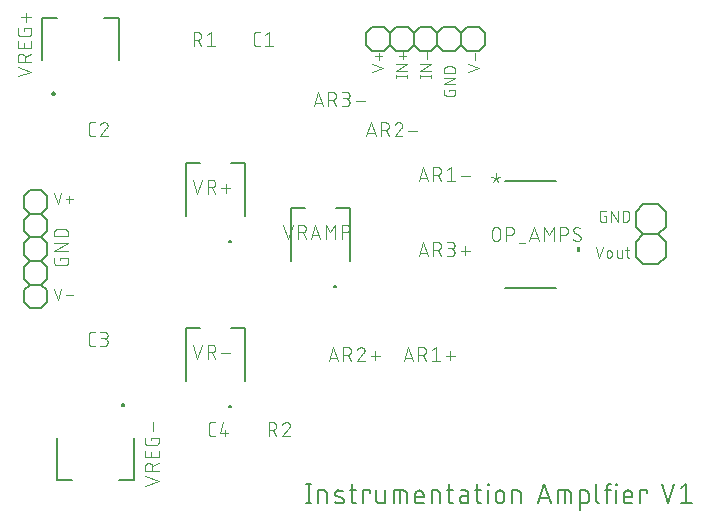
<source format=gbr>
G04 EAGLE Gerber RS-274X export*
G75*
%MOMM*%
%FSLAX34Y34*%
%LPD*%
%INSilkscreen Top*%
%IPPOS*%
%AMOC8*
5,1,8,0,0,1.08239X$1,22.5*%
G01*
%ADD10C,0.152400*%
%ADD11C,0.076200*%
%ADD12C,0.101600*%
%ADD13C,0.200000*%
%ADD14C,0.127000*%

G36*
X486158Y239270D02*
X486158Y239270D01*
X486160Y239269D01*
X486203Y239289D01*
X486247Y239307D01*
X486247Y239309D01*
X486249Y239310D01*
X486282Y239395D01*
X486282Y243205D01*
X486281Y243207D01*
X486282Y243209D01*
X486262Y243252D01*
X486244Y243296D01*
X486242Y243296D01*
X486241Y243298D01*
X486156Y243331D01*
X483616Y243331D01*
X483614Y243330D01*
X483612Y243331D01*
X483569Y243311D01*
X483525Y243293D01*
X483525Y243291D01*
X483523Y243290D01*
X483490Y243205D01*
X483490Y239395D01*
X483491Y239393D01*
X483490Y239391D01*
X483510Y239348D01*
X483528Y239304D01*
X483530Y239304D01*
X483531Y239302D01*
X483616Y239269D01*
X486156Y239269D01*
X486158Y239270D01*
G37*
D10*
X256568Y42418D02*
X256568Y26162D01*
X254762Y26162D02*
X258374Y26162D01*
X258374Y42418D02*
X254762Y42418D01*
X264940Y36999D02*
X264940Y26162D01*
X264940Y36999D02*
X269455Y36999D01*
X269559Y36997D01*
X269662Y36991D01*
X269766Y36981D01*
X269869Y36967D01*
X269971Y36949D01*
X270072Y36928D01*
X270173Y36902D01*
X270272Y36873D01*
X270371Y36840D01*
X270468Y36803D01*
X270563Y36762D01*
X270657Y36718D01*
X270749Y36670D01*
X270839Y36619D01*
X270928Y36564D01*
X271014Y36506D01*
X271097Y36444D01*
X271179Y36380D01*
X271257Y36312D01*
X271333Y36242D01*
X271407Y36169D01*
X271477Y36092D01*
X271545Y36014D01*
X271609Y35932D01*
X271671Y35849D01*
X271729Y35763D01*
X271784Y35674D01*
X271835Y35584D01*
X271883Y35492D01*
X271927Y35398D01*
X271968Y35303D01*
X272005Y35206D01*
X272038Y35107D01*
X272067Y35008D01*
X272093Y34907D01*
X272114Y34806D01*
X272132Y34704D01*
X272146Y34601D01*
X272156Y34497D01*
X272162Y34394D01*
X272164Y34290D01*
X272165Y34290D02*
X272165Y26162D01*
X280362Y32484D02*
X284878Y30678D01*
X280362Y32484D02*
X280274Y32521D01*
X280188Y32562D01*
X280103Y32606D01*
X280020Y32654D01*
X279940Y32705D01*
X279861Y32759D01*
X279785Y32817D01*
X279711Y32877D01*
X279639Y32941D01*
X279571Y33007D01*
X279505Y33077D01*
X279442Y33148D01*
X279381Y33223D01*
X279324Y33299D01*
X279271Y33378D01*
X279220Y33459D01*
X279173Y33542D01*
X279129Y33627D01*
X279089Y33714D01*
X279052Y33802D01*
X279019Y33892D01*
X278989Y33983D01*
X278964Y34075D01*
X278942Y34168D01*
X278924Y34262D01*
X278909Y34356D01*
X278899Y34451D01*
X278893Y34547D01*
X278890Y34642D01*
X278891Y34738D01*
X278897Y34833D01*
X278906Y34929D01*
X278919Y35023D01*
X278935Y35117D01*
X278956Y35211D01*
X278981Y35303D01*
X279009Y35394D01*
X279041Y35484D01*
X279076Y35573D01*
X279115Y35660D01*
X279158Y35746D01*
X279204Y35830D01*
X279254Y35911D01*
X279306Y35991D01*
X279362Y36069D01*
X279422Y36144D01*
X279484Y36216D01*
X279549Y36286D01*
X279617Y36354D01*
X279687Y36418D01*
X279760Y36480D01*
X279836Y36538D01*
X279914Y36594D01*
X279994Y36646D01*
X280076Y36695D01*
X280160Y36740D01*
X280246Y36782D01*
X280333Y36821D01*
X280422Y36856D01*
X280513Y36887D01*
X280604Y36914D01*
X280697Y36938D01*
X280790Y36958D01*
X280884Y36974D01*
X280979Y36986D01*
X281074Y36995D01*
X281170Y36999D01*
X281265Y37000D01*
X281512Y36993D01*
X281758Y36981D01*
X282004Y36963D01*
X282250Y36938D01*
X282494Y36908D01*
X282738Y36872D01*
X282981Y36831D01*
X283223Y36783D01*
X283464Y36729D01*
X283703Y36670D01*
X283941Y36605D01*
X284177Y36534D01*
X284412Y36458D01*
X284645Y36376D01*
X284875Y36288D01*
X285103Y36195D01*
X285330Y36097D01*
X284878Y30677D02*
X284966Y30640D01*
X285052Y30599D01*
X285137Y30555D01*
X285220Y30507D01*
X285300Y30456D01*
X285379Y30402D01*
X285455Y30344D01*
X285529Y30284D01*
X285601Y30220D01*
X285669Y30154D01*
X285735Y30084D01*
X285798Y30013D01*
X285859Y29938D01*
X285916Y29862D01*
X285969Y29783D01*
X286020Y29702D01*
X286067Y29619D01*
X286111Y29534D01*
X286151Y29447D01*
X286188Y29359D01*
X286221Y29269D01*
X286251Y29178D01*
X286276Y29086D01*
X286298Y28993D01*
X286316Y28899D01*
X286331Y28805D01*
X286341Y28710D01*
X286347Y28614D01*
X286350Y28519D01*
X286349Y28423D01*
X286343Y28328D01*
X286334Y28232D01*
X286321Y28138D01*
X286305Y28044D01*
X286284Y27950D01*
X286259Y27858D01*
X286231Y27767D01*
X286199Y27677D01*
X286164Y27588D01*
X286125Y27501D01*
X286082Y27415D01*
X286036Y27331D01*
X285986Y27250D01*
X285934Y27170D01*
X285878Y27092D01*
X285818Y27017D01*
X285756Y26945D01*
X285691Y26875D01*
X285623Y26807D01*
X285553Y26743D01*
X285480Y26681D01*
X285404Y26623D01*
X285326Y26567D01*
X285246Y26515D01*
X285164Y26466D01*
X285080Y26421D01*
X284994Y26379D01*
X284907Y26340D01*
X284818Y26305D01*
X284727Y26274D01*
X284636Y26247D01*
X284543Y26223D01*
X284450Y26203D01*
X284356Y26187D01*
X284261Y26175D01*
X284166Y26166D01*
X284070Y26162D01*
X283975Y26161D01*
X283975Y26162D02*
X283613Y26171D01*
X283251Y26189D01*
X282890Y26216D01*
X282530Y26251D01*
X282170Y26294D01*
X281811Y26346D01*
X281454Y26407D01*
X281099Y26476D01*
X280745Y26553D01*
X280393Y26639D01*
X280043Y26733D01*
X279695Y26836D01*
X279350Y26946D01*
X279008Y27065D01*
X291258Y36999D02*
X296676Y36999D01*
X293064Y42418D02*
X293064Y28871D01*
X293066Y28770D01*
X293072Y28669D01*
X293081Y28568D01*
X293094Y28467D01*
X293111Y28367D01*
X293132Y28268D01*
X293156Y28170D01*
X293184Y28073D01*
X293216Y27976D01*
X293251Y27881D01*
X293290Y27788D01*
X293332Y27696D01*
X293378Y27605D01*
X293427Y27516D01*
X293479Y27430D01*
X293535Y27345D01*
X293593Y27262D01*
X293655Y27182D01*
X293720Y27104D01*
X293787Y27028D01*
X293857Y26955D01*
X293930Y26885D01*
X294006Y26818D01*
X294084Y26753D01*
X294164Y26691D01*
X294247Y26633D01*
X294332Y26577D01*
X294419Y26525D01*
X294507Y26476D01*
X294598Y26430D01*
X294690Y26388D01*
X294783Y26349D01*
X294878Y26314D01*
X294975Y26282D01*
X295072Y26254D01*
X295170Y26230D01*
X295269Y26209D01*
X295369Y26192D01*
X295470Y26179D01*
X295571Y26170D01*
X295672Y26164D01*
X295773Y26162D01*
X296676Y26162D01*
X303061Y26162D02*
X303061Y36999D01*
X308479Y36999D01*
X308479Y35193D01*
X313917Y36999D02*
X313917Y28871D01*
X313918Y28871D02*
X313920Y28770D01*
X313926Y28669D01*
X313935Y28568D01*
X313948Y28467D01*
X313965Y28367D01*
X313986Y28268D01*
X314010Y28170D01*
X314038Y28073D01*
X314070Y27976D01*
X314105Y27881D01*
X314144Y27788D01*
X314186Y27696D01*
X314232Y27605D01*
X314281Y27516D01*
X314333Y27430D01*
X314389Y27345D01*
X314447Y27262D01*
X314509Y27182D01*
X314574Y27104D01*
X314641Y27028D01*
X314711Y26955D01*
X314784Y26885D01*
X314860Y26818D01*
X314938Y26753D01*
X315018Y26691D01*
X315101Y26633D01*
X315186Y26577D01*
X315273Y26525D01*
X315361Y26476D01*
X315452Y26430D01*
X315544Y26388D01*
X315637Y26349D01*
X315732Y26314D01*
X315829Y26282D01*
X315926Y26254D01*
X316024Y26230D01*
X316123Y26209D01*
X316223Y26192D01*
X316324Y26179D01*
X316425Y26170D01*
X316526Y26164D01*
X316627Y26162D01*
X321142Y26162D01*
X321142Y36999D01*
X328785Y36999D02*
X328785Y26162D01*
X328785Y36999D02*
X336913Y36999D01*
X337014Y36997D01*
X337115Y36991D01*
X337216Y36982D01*
X337317Y36969D01*
X337417Y36952D01*
X337516Y36931D01*
X337614Y36907D01*
X337711Y36879D01*
X337808Y36847D01*
X337903Y36812D01*
X337996Y36773D01*
X338088Y36731D01*
X338179Y36685D01*
X338268Y36636D01*
X338354Y36584D01*
X338439Y36528D01*
X338522Y36470D01*
X338602Y36408D01*
X338680Y36343D01*
X338756Y36276D01*
X338829Y36206D01*
X338899Y36133D01*
X338966Y36057D01*
X339031Y35979D01*
X339093Y35899D01*
X339151Y35816D01*
X339207Y35731D01*
X339259Y35645D01*
X339308Y35556D01*
X339354Y35465D01*
X339396Y35373D01*
X339435Y35280D01*
X339470Y35185D01*
X339502Y35088D01*
X339530Y34991D01*
X339554Y34893D01*
X339575Y34794D01*
X339592Y34694D01*
X339605Y34593D01*
X339614Y34492D01*
X339620Y34391D01*
X339622Y34290D01*
X339622Y26162D01*
X334203Y26162D02*
X334203Y36999D01*
X349452Y26162D02*
X353968Y26162D01*
X349452Y26162D02*
X349351Y26164D01*
X349250Y26170D01*
X349149Y26179D01*
X349048Y26192D01*
X348948Y26209D01*
X348849Y26230D01*
X348751Y26254D01*
X348654Y26282D01*
X348557Y26314D01*
X348462Y26349D01*
X348369Y26388D01*
X348277Y26430D01*
X348186Y26476D01*
X348098Y26525D01*
X348011Y26577D01*
X347926Y26633D01*
X347843Y26691D01*
X347763Y26753D01*
X347685Y26818D01*
X347609Y26885D01*
X347536Y26955D01*
X347466Y27028D01*
X347399Y27104D01*
X347334Y27182D01*
X347272Y27262D01*
X347214Y27345D01*
X347158Y27430D01*
X347106Y27516D01*
X347057Y27605D01*
X347011Y27696D01*
X346969Y27788D01*
X346930Y27881D01*
X346895Y27976D01*
X346863Y28073D01*
X346835Y28170D01*
X346811Y28268D01*
X346790Y28367D01*
X346773Y28467D01*
X346760Y28568D01*
X346751Y28669D01*
X346745Y28770D01*
X346743Y28871D01*
X346743Y33387D01*
X346744Y33387D02*
X346746Y33506D01*
X346752Y33626D01*
X346762Y33745D01*
X346776Y33863D01*
X346793Y33982D01*
X346815Y34099D01*
X346840Y34216D01*
X346870Y34331D01*
X346903Y34446D01*
X346940Y34560D01*
X346980Y34672D01*
X347025Y34783D01*
X347073Y34892D01*
X347124Y35000D01*
X347179Y35106D01*
X347238Y35210D01*
X347300Y35312D01*
X347365Y35412D01*
X347434Y35510D01*
X347506Y35606D01*
X347581Y35699D01*
X347658Y35789D01*
X347739Y35877D01*
X347823Y35962D01*
X347910Y36044D01*
X347999Y36124D01*
X348091Y36200D01*
X348185Y36274D01*
X348282Y36344D01*
X348380Y36411D01*
X348481Y36475D01*
X348585Y36535D01*
X348690Y36592D01*
X348797Y36645D01*
X348905Y36695D01*
X349015Y36741D01*
X349127Y36783D01*
X349240Y36822D01*
X349354Y36857D01*
X349469Y36888D01*
X349586Y36916D01*
X349703Y36939D01*
X349820Y36959D01*
X349939Y36975D01*
X350058Y36987D01*
X350177Y36995D01*
X350296Y36999D01*
X350416Y36999D01*
X350535Y36995D01*
X350654Y36987D01*
X350773Y36975D01*
X350892Y36959D01*
X351009Y36939D01*
X351126Y36916D01*
X351243Y36888D01*
X351358Y36857D01*
X351472Y36822D01*
X351585Y36783D01*
X351697Y36741D01*
X351807Y36695D01*
X351915Y36645D01*
X352022Y36592D01*
X352127Y36535D01*
X352231Y36475D01*
X352332Y36411D01*
X352430Y36344D01*
X352527Y36274D01*
X352621Y36200D01*
X352713Y36124D01*
X352802Y36044D01*
X352889Y35962D01*
X352973Y35877D01*
X353054Y35789D01*
X353131Y35699D01*
X353206Y35606D01*
X353278Y35510D01*
X353347Y35412D01*
X353412Y35312D01*
X353474Y35210D01*
X353533Y35106D01*
X353588Y35000D01*
X353639Y34892D01*
X353687Y34783D01*
X353732Y34672D01*
X353772Y34560D01*
X353809Y34446D01*
X353842Y34331D01*
X353872Y34216D01*
X353897Y34099D01*
X353919Y33982D01*
X353936Y33863D01*
X353950Y33745D01*
X353960Y33626D01*
X353966Y33506D01*
X353968Y33387D01*
X353968Y31581D01*
X346743Y31581D01*
X360811Y26162D02*
X360811Y36999D01*
X365327Y36999D01*
X365431Y36997D01*
X365534Y36991D01*
X365638Y36981D01*
X365741Y36967D01*
X365843Y36949D01*
X365944Y36928D01*
X366045Y36902D01*
X366144Y36873D01*
X366243Y36840D01*
X366340Y36803D01*
X366435Y36762D01*
X366529Y36718D01*
X366621Y36670D01*
X366711Y36619D01*
X366800Y36564D01*
X366886Y36506D01*
X366969Y36444D01*
X367051Y36380D01*
X367129Y36312D01*
X367205Y36242D01*
X367279Y36169D01*
X367349Y36092D01*
X367417Y36014D01*
X367481Y35932D01*
X367543Y35849D01*
X367601Y35763D01*
X367656Y35674D01*
X367707Y35584D01*
X367755Y35492D01*
X367799Y35398D01*
X367840Y35303D01*
X367877Y35206D01*
X367910Y35107D01*
X367939Y35008D01*
X367965Y34907D01*
X367986Y34806D01*
X368004Y34704D01*
X368018Y34601D01*
X368028Y34497D01*
X368034Y34394D01*
X368036Y34290D01*
X368036Y26162D01*
X373582Y36999D02*
X379001Y36999D01*
X375388Y42418D02*
X375388Y28871D01*
X375389Y28871D02*
X375391Y28770D01*
X375397Y28669D01*
X375406Y28568D01*
X375419Y28467D01*
X375436Y28367D01*
X375457Y28268D01*
X375481Y28170D01*
X375509Y28073D01*
X375541Y27976D01*
X375576Y27881D01*
X375615Y27788D01*
X375657Y27696D01*
X375703Y27605D01*
X375752Y27516D01*
X375804Y27430D01*
X375860Y27345D01*
X375918Y27262D01*
X375980Y27182D01*
X376045Y27104D01*
X376112Y27028D01*
X376182Y26955D01*
X376255Y26885D01*
X376331Y26818D01*
X376409Y26753D01*
X376489Y26691D01*
X376572Y26633D01*
X376657Y26577D01*
X376744Y26525D01*
X376832Y26476D01*
X376923Y26430D01*
X377015Y26388D01*
X377108Y26349D01*
X377203Y26314D01*
X377300Y26282D01*
X377397Y26254D01*
X377495Y26230D01*
X377594Y26209D01*
X377694Y26192D01*
X377795Y26179D01*
X377896Y26170D01*
X377997Y26164D01*
X378098Y26162D01*
X379001Y26162D01*
X387867Y32484D02*
X391931Y32484D01*
X387867Y32484D02*
X387755Y32482D01*
X387644Y32476D01*
X387533Y32466D01*
X387422Y32453D01*
X387312Y32435D01*
X387203Y32413D01*
X387094Y32388D01*
X386986Y32359D01*
X386880Y32326D01*
X386774Y32289D01*
X386670Y32249D01*
X386568Y32205D01*
X386467Y32157D01*
X386368Y32106D01*
X386270Y32051D01*
X386175Y31993D01*
X386082Y31932D01*
X385991Y31867D01*
X385902Y31799D01*
X385816Y31728D01*
X385733Y31655D01*
X385652Y31578D01*
X385573Y31498D01*
X385498Y31416D01*
X385426Y31331D01*
X385356Y31244D01*
X385290Y31154D01*
X385227Y31062D01*
X385167Y30967D01*
X385111Y30871D01*
X385058Y30773D01*
X385009Y30673D01*
X384963Y30571D01*
X384921Y30468D01*
X384882Y30363D01*
X384847Y30257D01*
X384816Y30150D01*
X384789Y30042D01*
X384765Y29933D01*
X384746Y29823D01*
X384730Y29713D01*
X384718Y29602D01*
X384710Y29490D01*
X384706Y29379D01*
X384706Y29267D01*
X384710Y29156D01*
X384718Y29044D01*
X384730Y28933D01*
X384746Y28823D01*
X384765Y28713D01*
X384789Y28604D01*
X384816Y28496D01*
X384847Y28389D01*
X384882Y28283D01*
X384921Y28178D01*
X384963Y28075D01*
X385009Y27973D01*
X385058Y27873D01*
X385111Y27775D01*
X385167Y27679D01*
X385227Y27584D01*
X385290Y27492D01*
X385356Y27402D01*
X385426Y27315D01*
X385498Y27230D01*
X385573Y27148D01*
X385652Y27068D01*
X385733Y26991D01*
X385816Y26918D01*
X385902Y26847D01*
X385991Y26779D01*
X386082Y26714D01*
X386175Y26653D01*
X386270Y26595D01*
X386368Y26540D01*
X386467Y26489D01*
X386568Y26441D01*
X386670Y26397D01*
X386774Y26357D01*
X386880Y26320D01*
X386986Y26287D01*
X387094Y26258D01*
X387203Y26233D01*
X387312Y26211D01*
X387422Y26193D01*
X387533Y26180D01*
X387644Y26170D01*
X387755Y26164D01*
X387867Y26162D01*
X391931Y26162D01*
X391931Y34290D01*
X391930Y34290D02*
X391928Y34391D01*
X391922Y34492D01*
X391913Y34593D01*
X391900Y34694D01*
X391883Y34794D01*
X391862Y34893D01*
X391838Y34991D01*
X391810Y35088D01*
X391778Y35185D01*
X391743Y35280D01*
X391704Y35373D01*
X391662Y35465D01*
X391616Y35556D01*
X391567Y35645D01*
X391515Y35731D01*
X391459Y35816D01*
X391401Y35899D01*
X391339Y35979D01*
X391274Y36057D01*
X391207Y36133D01*
X391137Y36206D01*
X391064Y36276D01*
X390988Y36343D01*
X390910Y36408D01*
X390830Y36470D01*
X390747Y36528D01*
X390662Y36584D01*
X390576Y36636D01*
X390487Y36685D01*
X390396Y36731D01*
X390304Y36773D01*
X390211Y36812D01*
X390116Y36847D01*
X390019Y36879D01*
X389922Y36907D01*
X389824Y36931D01*
X389725Y36952D01*
X389625Y36969D01*
X389524Y36982D01*
X389423Y36991D01*
X389322Y36997D01*
X389221Y36999D01*
X385609Y36999D01*
X397550Y36999D02*
X402968Y36999D01*
X399356Y42418D02*
X399356Y28871D01*
X399358Y28770D01*
X399364Y28669D01*
X399373Y28568D01*
X399386Y28467D01*
X399403Y28367D01*
X399424Y28268D01*
X399448Y28170D01*
X399476Y28073D01*
X399508Y27976D01*
X399543Y27881D01*
X399582Y27788D01*
X399624Y27696D01*
X399670Y27605D01*
X399719Y27516D01*
X399771Y27430D01*
X399827Y27345D01*
X399885Y27262D01*
X399947Y27182D01*
X400012Y27104D01*
X400079Y27028D01*
X400149Y26955D01*
X400222Y26885D01*
X400298Y26818D01*
X400376Y26753D01*
X400456Y26691D01*
X400539Y26633D01*
X400624Y26577D01*
X400711Y26525D01*
X400799Y26476D01*
X400890Y26430D01*
X400982Y26388D01*
X401075Y26349D01*
X401170Y26314D01*
X401267Y26282D01*
X401364Y26254D01*
X401462Y26230D01*
X401561Y26209D01*
X401661Y26192D01*
X401762Y26179D01*
X401863Y26170D01*
X401964Y26164D01*
X402065Y26162D01*
X402968Y26162D01*
X408712Y26162D02*
X408712Y36999D01*
X408260Y41515D02*
X408260Y42418D01*
X409164Y42418D01*
X409164Y41515D01*
X408260Y41515D01*
X414999Y33387D02*
X414999Y29774D01*
X415000Y33387D02*
X415002Y33506D01*
X415008Y33626D01*
X415018Y33745D01*
X415032Y33863D01*
X415049Y33982D01*
X415071Y34099D01*
X415096Y34216D01*
X415126Y34331D01*
X415159Y34446D01*
X415196Y34560D01*
X415236Y34672D01*
X415281Y34783D01*
X415329Y34892D01*
X415380Y35000D01*
X415435Y35106D01*
X415494Y35210D01*
X415556Y35312D01*
X415621Y35412D01*
X415690Y35510D01*
X415762Y35606D01*
X415837Y35699D01*
X415914Y35789D01*
X415995Y35877D01*
X416079Y35962D01*
X416166Y36044D01*
X416255Y36124D01*
X416347Y36200D01*
X416441Y36274D01*
X416538Y36344D01*
X416636Y36411D01*
X416737Y36475D01*
X416841Y36535D01*
X416946Y36592D01*
X417053Y36645D01*
X417161Y36695D01*
X417271Y36741D01*
X417383Y36783D01*
X417496Y36822D01*
X417610Y36857D01*
X417725Y36888D01*
X417842Y36916D01*
X417959Y36939D01*
X418076Y36959D01*
X418195Y36975D01*
X418314Y36987D01*
X418433Y36995D01*
X418552Y36999D01*
X418672Y36999D01*
X418791Y36995D01*
X418910Y36987D01*
X419029Y36975D01*
X419148Y36959D01*
X419265Y36939D01*
X419382Y36916D01*
X419499Y36888D01*
X419614Y36857D01*
X419728Y36822D01*
X419841Y36783D01*
X419953Y36741D01*
X420063Y36695D01*
X420171Y36645D01*
X420278Y36592D01*
X420383Y36535D01*
X420487Y36475D01*
X420588Y36411D01*
X420686Y36344D01*
X420783Y36274D01*
X420877Y36200D01*
X420969Y36124D01*
X421058Y36044D01*
X421145Y35962D01*
X421229Y35877D01*
X421310Y35789D01*
X421387Y35699D01*
X421462Y35606D01*
X421534Y35510D01*
X421603Y35412D01*
X421668Y35312D01*
X421730Y35210D01*
X421789Y35106D01*
X421844Y35000D01*
X421895Y34892D01*
X421943Y34783D01*
X421988Y34672D01*
X422028Y34560D01*
X422065Y34446D01*
X422098Y34331D01*
X422128Y34216D01*
X422153Y34099D01*
X422175Y33982D01*
X422192Y33863D01*
X422206Y33745D01*
X422216Y33626D01*
X422222Y33506D01*
X422224Y33387D01*
X422224Y29774D01*
X422222Y29655D01*
X422216Y29535D01*
X422206Y29416D01*
X422192Y29298D01*
X422175Y29179D01*
X422153Y29062D01*
X422128Y28945D01*
X422098Y28830D01*
X422065Y28715D01*
X422028Y28601D01*
X421988Y28489D01*
X421943Y28378D01*
X421895Y28269D01*
X421844Y28161D01*
X421789Y28055D01*
X421730Y27951D01*
X421668Y27849D01*
X421603Y27749D01*
X421534Y27651D01*
X421462Y27555D01*
X421387Y27462D01*
X421310Y27372D01*
X421229Y27284D01*
X421145Y27199D01*
X421058Y27117D01*
X420969Y27037D01*
X420877Y26961D01*
X420783Y26887D01*
X420686Y26817D01*
X420588Y26750D01*
X420487Y26686D01*
X420383Y26626D01*
X420278Y26569D01*
X420171Y26516D01*
X420063Y26466D01*
X419953Y26420D01*
X419841Y26378D01*
X419728Y26339D01*
X419614Y26304D01*
X419499Y26273D01*
X419382Y26245D01*
X419265Y26222D01*
X419148Y26202D01*
X419029Y26186D01*
X418910Y26174D01*
X418791Y26166D01*
X418672Y26162D01*
X418552Y26162D01*
X418433Y26166D01*
X418314Y26174D01*
X418195Y26186D01*
X418076Y26202D01*
X417959Y26222D01*
X417842Y26245D01*
X417725Y26273D01*
X417610Y26304D01*
X417496Y26339D01*
X417383Y26378D01*
X417271Y26420D01*
X417161Y26466D01*
X417053Y26516D01*
X416946Y26569D01*
X416841Y26626D01*
X416737Y26686D01*
X416636Y26750D01*
X416538Y26817D01*
X416441Y26887D01*
X416347Y26961D01*
X416255Y27037D01*
X416166Y27117D01*
X416079Y27199D01*
X415995Y27284D01*
X415914Y27372D01*
X415837Y27462D01*
X415762Y27555D01*
X415690Y27651D01*
X415621Y27749D01*
X415556Y27849D01*
X415494Y27951D01*
X415435Y28055D01*
X415380Y28161D01*
X415329Y28269D01*
X415281Y28378D01*
X415236Y28489D01*
X415196Y28601D01*
X415159Y28715D01*
X415126Y28830D01*
X415096Y28945D01*
X415071Y29062D01*
X415049Y29179D01*
X415032Y29298D01*
X415018Y29416D01*
X415008Y29535D01*
X415002Y29655D01*
X415000Y29774D01*
X429067Y26162D02*
X429067Y36999D01*
X433583Y36999D01*
X433687Y36997D01*
X433790Y36991D01*
X433894Y36981D01*
X433997Y36967D01*
X434099Y36949D01*
X434200Y36928D01*
X434301Y36902D01*
X434400Y36873D01*
X434499Y36840D01*
X434596Y36803D01*
X434691Y36762D01*
X434785Y36718D01*
X434877Y36670D01*
X434967Y36619D01*
X435056Y36564D01*
X435142Y36506D01*
X435225Y36444D01*
X435307Y36380D01*
X435385Y36312D01*
X435461Y36242D01*
X435535Y36169D01*
X435605Y36092D01*
X435673Y36014D01*
X435737Y35932D01*
X435799Y35849D01*
X435857Y35763D01*
X435912Y35674D01*
X435963Y35584D01*
X436011Y35492D01*
X436055Y35398D01*
X436096Y35303D01*
X436133Y35206D01*
X436166Y35107D01*
X436195Y35008D01*
X436221Y34907D01*
X436242Y34806D01*
X436260Y34704D01*
X436274Y34601D01*
X436284Y34497D01*
X436290Y34394D01*
X436292Y34290D01*
X436292Y26162D01*
X450708Y26162D02*
X456127Y42418D01*
X461545Y26162D01*
X460191Y30226D02*
X452063Y30226D01*
X467902Y26162D02*
X467902Y36999D01*
X476030Y36999D01*
X476131Y36997D01*
X476232Y36991D01*
X476333Y36982D01*
X476434Y36969D01*
X476534Y36952D01*
X476633Y36931D01*
X476731Y36907D01*
X476828Y36879D01*
X476925Y36847D01*
X477020Y36812D01*
X477113Y36773D01*
X477205Y36731D01*
X477296Y36685D01*
X477385Y36636D01*
X477471Y36584D01*
X477556Y36528D01*
X477639Y36470D01*
X477719Y36408D01*
X477797Y36343D01*
X477873Y36276D01*
X477946Y36206D01*
X478016Y36133D01*
X478083Y36057D01*
X478148Y35979D01*
X478210Y35899D01*
X478268Y35816D01*
X478324Y35731D01*
X478376Y35645D01*
X478425Y35556D01*
X478471Y35465D01*
X478513Y35373D01*
X478552Y35280D01*
X478587Y35185D01*
X478619Y35088D01*
X478647Y34991D01*
X478671Y34893D01*
X478692Y34794D01*
X478709Y34694D01*
X478722Y34593D01*
X478731Y34492D01*
X478737Y34391D01*
X478739Y34290D01*
X478740Y34290D02*
X478740Y26162D01*
X473321Y26162D02*
X473321Y36999D01*
X486455Y36999D02*
X486455Y20743D01*
X486455Y36999D02*
X490971Y36999D01*
X491075Y36997D01*
X491178Y36991D01*
X491282Y36981D01*
X491385Y36967D01*
X491487Y36949D01*
X491588Y36928D01*
X491689Y36902D01*
X491788Y36873D01*
X491887Y36840D01*
X491984Y36803D01*
X492079Y36762D01*
X492173Y36718D01*
X492265Y36670D01*
X492355Y36619D01*
X492444Y36564D01*
X492530Y36506D01*
X492613Y36444D01*
X492695Y36380D01*
X492773Y36312D01*
X492849Y36242D01*
X492923Y36169D01*
X492993Y36092D01*
X493061Y36014D01*
X493125Y35932D01*
X493187Y35849D01*
X493245Y35763D01*
X493300Y35674D01*
X493351Y35584D01*
X493399Y35492D01*
X493443Y35398D01*
X493484Y35303D01*
X493521Y35206D01*
X493554Y35107D01*
X493583Y35008D01*
X493609Y34907D01*
X493630Y34806D01*
X493648Y34704D01*
X493662Y34601D01*
X493672Y34497D01*
X493678Y34394D01*
X493680Y34290D01*
X493680Y28871D01*
X493678Y28770D01*
X493672Y28669D01*
X493663Y28568D01*
X493650Y28467D01*
X493633Y28367D01*
X493612Y28268D01*
X493588Y28170D01*
X493560Y28073D01*
X493528Y27976D01*
X493493Y27881D01*
X493454Y27788D01*
X493412Y27696D01*
X493366Y27605D01*
X493317Y27516D01*
X493265Y27430D01*
X493209Y27345D01*
X493151Y27262D01*
X493089Y27182D01*
X493024Y27104D01*
X492957Y27028D01*
X492887Y26955D01*
X492814Y26885D01*
X492738Y26818D01*
X492660Y26753D01*
X492580Y26691D01*
X492497Y26633D01*
X492412Y26577D01*
X492326Y26525D01*
X492237Y26476D01*
X492146Y26430D01*
X492054Y26388D01*
X491961Y26349D01*
X491866Y26314D01*
X491769Y26282D01*
X491672Y26254D01*
X491574Y26230D01*
X491475Y26209D01*
X491375Y26192D01*
X491274Y26179D01*
X491173Y26170D01*
X491072Y26164D01*
X490971Y26162D01*
X486455Y26162D01*
X500166Y28871D02*
X500166Y42418D01*
X500166Y28871D02*
X500168Y28770D01*
X500174Y28669D01*
X500183Y28568D01*
X500196Y28467D01*
X500213Y28367D01*
X500234Y28268D01*
X500258Y28170D01*
X500286Y28073D01*
X500318Y27976D01*
X500353Y27881D01*
X500392Y27788D01*
X500434Y27696D01*
X500480Y27605D01*
X500529Y27516D01*
X500581Y27430D01*
X500637Y27345D01*
X500695Y27262D01*
X500757Y27182D01*
X500822Y27104D01*
X500889Y27028D01*
X500959Y26955D01*
X501032Y26885D01*
X501108Y26818D01*
X501186Y26753D01*
X501266Y26691D01*
X501349Y26633D01*
X501434Y26577D01*
X501521Y26525D01*
X501609Y26476D01*
X501700Y26430D01*
X501792Y26388D01*
X501885Y26349D01*
X501980Y26314D01*
X502077Y26282D01*
X502174Y26254D01*
X502272Y26230D01*
X502371Y26209D01*
X502471Y26192D01*
X502572Y26179D01*
X502673Y26170D01*
X502774Y26164D01*
X502875Y26162D01*
X509153Y26162D02*
X509153Y39709D01*
X509154Y39709D02*
X509156Y39813D01*
X509162Y39916D01*
X509172Y40020D01*
X509186Y40123D01*
X509204Y40225D01*
X509225Y40326D01*
X509251Y40427D01*
X509280Y40526D01*
X509313Y40625D01*
X509350Y40722D01*
X509391Y40817D01*
X509435Y40911D01*
X509483Y41003D01*
X509534Y41093D01*
X509589Y41182D01*
X509647Y41268D01*
X509709Y41351D01*
X509773Y41433D01*
X509841Y41511D01*
X509911Y41587D01*
X509984Y41661D01*
X510061Y41731D01*
X510139Y41799D01*
X510221Y41863D01*
X510304Y41925D01*
X510390Y41983D01*
X510479Y42038D01*
X510569Y42089D01*
X510661Y42137D01*
X510755Y42181D01*
X510850Y42222D01*
X510947Y42259D01*
X511046Y42292D01*
X511145Y42321D01*
X511246Y42347D01*
X511347Y42368D01*
X511449Y42386D01*
X511552Y42400D01*
X511656Y42410D01*
X511759Y42416D01*
X511863Y42418D01*
X512766Y42418D01*
X512766Y36999D02*
X507347Y36999D01*
X517088Y36999D02*
X517088Y26162D01*
X516637Y41515D02*
X516637Y42418D01*
X517540Y42418D01*
X517540Y41515D01*
X516637Y41515D01*
X526085Y26162D02*
X530601Y26162D01*
X526085Y26162D02*
X525984Y26164D01*
X525883Y26170D01*
X525782Y26179D01*
X525681Y26192D01*
X525581Y26209D01*
X525482Y26230D01*
X525384Y26254D01*
X525287Y26282D01*
X525190Y26314D01*
X525095Y26349D01*
X525002Y26388D01*
X524910Y26430D01*
X524819Y26476D01*
X524731Y26525D01*
X524644Y26577D01*
X524559Y26633D01*
X524476Y26691D01*
X524396Y26753D01*
X524318Y26818D01*
X524242Y26885D01*
X524169Y26955D01*
X524099Y27028D01*
X524032Y27104D01*
X523967Y27182D01*
X523905Y27262D01*
X523847Y27345D01*
X523791Y27430D01*
X523739Y27516D01*
X523690Y27605D01*
X523644Y27696D01*
X523602Y27788D01*
X523563Y27881D01*
X523528Y27976D01*
X523496Y28073D01*
X523468Y28170D01*
X523444Y28268D01*
X523423Y28367D01*
X523406Y28467D01*
X523393Y28568D01*
X523384Y28669D01*
X523378Y28770D01*
X523376Y28871D01*
X523376Y33387D01*
X523378Y33506D01*
X523384Y33626D01*
X523394Y33745D01*
X523408Y33863D01*
X523425Y33982D01*
X523447Y34099D01*
X523472Y34216D01*
X523502Y34331D01*
X523535Y34446D01*
X523572Y34560D01*
X523612Y34672D01*
X523657Y34783D01*
X523705Y34892D01*
X523756Y35000D01*
X523811Y35106D01*
X523870Y35210D01*
X523932Y35312D01*
X523997Y35412D01*
X524066Y35510D01*
X524138Y35606D01*
X524213Y35699D01*
X524290Y35789D01*
X524371Y35877D01*
X524455Y35962D01*
X524542Y36044D01*
X524631Y36124D01*
X524723Y36200D01*
X524817Y36274D01*
X524914Y36344D01*
X525012Y36411D01*
X525113Y36475D01*
X525217Y36535D01*
X525322Y36592D01*
X525429Y36645D01*
X525537Y36695D01*
X525647Y36741D01*
X525759Y36783D01*
X525872Y36822D01*
X525986Y36857D01*
X526101Y36888D01*
X526218Y36916D01*
X526335Y36939D01*
X526452Y36959D01*
X526571Y36975D01*
X526690Y36987D01*
X526809Y36995D01*
X526928Y36999D01*
X527048Y36999D01*
X527167Y36995D01*
X527286Y36987D01*
X527405Y36975D01*
X527524Y36959D01*
X527641Y36939D01*
X527758Y36916D01*
X527875Y36888D01*
X527990Y36857D01*
X528104Y36822D01*
X528217Y36783D01*
X528329Y36741D01*
X528439Y36695D01*
X528547Y36645D01*
X528654Y36592D01*
X528759Y36535D01*
X528863Y36475D01*
X528964Y36411D01*
X529062Y36344D01*
X529159Y36274D01*
X529253Y36200D01*
X529345Y36124D01*
X529434Y36044D01*
X529521Y35962D01*
X529605Y35877D01*
X529686Y35789D01*
X529763Y35699D01*
X529838Y35606D01*
X529910Y35510D01*
X529979Y35412D01*
X530044Y35312D01*
X530106Y35210D01*
X530165Y35106D01*
X530220Y35000D01*
X530271Y34892D01*
X530319Y34783D01*
X530364Y34672D01*
X530404Y34560D01*
X530441Y34446D01*
X530474Y34331D01*
X530504Y34216D01*
X530529Y34099D01*
X530551Y33982D01*
X530568Y33863D01*
X530582Y33745D01*
X530592Y33626D01*
X530598Y33506D01*
X530600Y33387D01*
X530601Y33387D02*
X530601Y31581D01*
X523376Y31581D01*
X537529Y26162D02*
X537529Y36999D01*
X542947Y36999D01*
X542947Y35193D01*
X555437Y42418D02*
X560856Y26162D01*
X566275Y42418D01*
X571972Y38806D02*
X576487Y42418D01*
X576487Y26162D01*
X571972Y26162D02*
X581003Y26162D01*
D11*
X44154Y279781D02*
X41021Y289179D01*
X47286Y289179D02*
X44154Y279781D01*
X50775Y283436D02*
X57040Y283436D01*
X53907Y280303D02*
X53907Y286568D01*
X41021Y207899D02*
X44154Y198501D01*
X47286Y207899D01*
X50775Y202156D02*
X57040Y202156D01*
D12*
X46341Y232241D02*
X46341Y234188D01*
X52832Y234188D01*
X52832Y230293D01*
X52830Y230194D01*
X52824Y230094D01*
X52815Y229995D01*
X52802Y229897D01*
X52785Y229799D01*
X52764Y229701D01*
X52739Y229605D01*
X52711Y229510D01*
X52679Y229416D01*
X52644Y229323D01*
X52605Y229231D01*
X52562Y229141D01*
X52517Y229053D01*
X52467Y228966D01*
X52415Y228882D01*
X52359Y228799D01*
X52301Y228719D01*
X52239Y228641D01*
X52174Y228566D01*
X52106Y228493D01*
X52036Y228423D01*
X51963Y228355D01*
X51888Y228290D01*
X51810Y228228D01*
X51730Y228170D01*
X51647Y228114D01*
X51563Y228062D01*
X51476Y228012D01*
X51388Y227967D01*
X51298Y227924D01*
X51206Y227885D01*
X51113Y227850D01*
X51019Y227818D01*
X50924Y227790D01*
X50828Y227765D01*
X50730Y227744D01*
X50632Y227727D01*
X50534Y227714D01*
X50435Y227705D01*
X50335Y227699D01*
X50236Y227697D01*
X43744Y227697D01*
X43744Y227696D02*
X43645Y227698D01*
X43545Y227704D01*
X43446Y227713D01*
X43348Y227726D01*
X43250Y227744D01*
X43152Y227764D01*
X43056Y227789D01*
X42960Y227817D01*
X42866Y227849D01*
X42773Y227884D01*
X42682Y227923D01*
X42592Y227966D01*
X42503Y228011D01*
X42417Y228061D01*
X42332Y228113D01*
X42250Y228169D01*
X42170Y228228D01*
X42092Y228289D01*
X42016Y228354D01*
X41943Y228422D01*
X41873Y228492D01*
X41805Y228565D01*
X41740Y228641D01*
X41679Y228719D01*
X41620Y228799D01*
X41564Y228881D01*
X41512Y228966D01*
X41463Y229052D01*
X41417Y229141D01*
X41374Y229231D01*
X41335Y229322D01*
X41300Y229415D01*
X41268Y229509D01*
X41240Y229605D01*
X41215Y229701D01*
X41195Y229799D01*
X41177Y229897D01*
X41164Y229995D01*
X41155Y230094D01*
X41149Y230193D01*
X41147Y230293D01*
X41148Y230293D02*
X41148Y234188D01*
X41148Y239889D02*
X52832Y239889D01*
X52832Y246380D02*
X41148Y239889D01*
X41148Y246380D02*
X52832Y246380D01*
X52832Y252081D02*
X41148Y252081D01*
X41148Y255326D01*
X41150Y255439D01*
X41156Y255552D01*
X41166Y255665D01*
X41180Y255778D01*
X41197Y255890D01*
X41219Y256001D01*
X41244Y256111D01*
X41274Y256221D01*
X41307Y256329D01*
X41344Y256436D01*
X41384Y256542D01*
X41429Y256646D01*
X41477Y256749D01*
X41528Y256850D01*
X41583Y256949D01*
X41641Y257046D01*
X41703Y257141D01*
X41768Y257234D01*
X41836Y257324D01*
X41907Y257412D01*
X41982Y257498D01*
X42059Y257581D01*
X42139Y257661D01*
X42222Y257738D01*
X42308Y257813D01*
X42396Y257884D01*
X42486Y257952D01*
X42579Y258017D01*
X42674Y258079D01*
X42771Y258137D01*
X42870Y258192D01*
X42971Y258243D01*
X43074Y258291D01*
X43178Y258336D01*
X43284Y258376D01*
X43391Y258413D01*
X43499Y258446D01*
X43609Y258476D01*
X43719Y258501D01*
X43830Y258523D01*
X43942Y258540D01*
X44055Y258554D01*
X44168Y258564D01*
X44281Y258570D01*
X44394Y258572D01*
X49586Y258572D01*
X49699Y258570D01*
X49812Y258564D01*
X49925Y258554D01*
X50038Y258540D01*
X50150Y258523D01*
X50261Y258501D01*
X50371Y258476D01*
X50481Y258446D01*
X50589Y258413D01*
X50696Y258376D01*
X50802Y258336D01*
X50906Y258291D01*
X51009Y258243D01*
X51110Y258192D01*
X51209Y258137D01*
X51306Y258079D01*
X51401Y258017D01*
X51494Y257952D01*
X51584Y257884D01*
X51672Y257813D01*
X51758Y257738D01*
X51841Y257661D01*
X51921Y257581D01*
X51998Y257498D01*
X52073Y257412D01*
X52144Y257324D01*
X52212Y257234D01*
X52277Y257141D01*
X52339Y257046D01*
X52397Y256949D01*
X52452Y256850D01*
X52503Y256749D01*
X52551Y256646D01*
X52596Y256542D01*
X52636Y256436D01*
X52673Y256329D01*
X52706Y256221D01*
X52736Y256111D01*
X52761Y256001D01*
X52783Y255890D01*
X52800Y255778D01*
X52814Y255665D01*
X52824Y255552D01*
X52830Y255439D01*
X52832Y255326D01*
X52832Y252081D01*
D11*
X310261Y391541D02*
X319659Y394674D01*
X310261Y397806D01*
X316004Y401295D02*
X316004Y407560D01*
X319137Y404427D02*
X312872Y404427D01*
X391541Y391541D02*
X400939Y394674D01*
X391541Y397806D01*
X397284Y401295D02*
X397284Y407560D01*
X375398Y376442D02*
X375398Y374876D01*
X375398Y376442D02*
X380619Y376442D01*
X380619Y373309D01*
X380617Y373220D01*
X380611Y373132D01*
X380602Y373044D01*
X380589Y372956D01*
X380572Y372869D01*
X380552Y372783D01*
X380527Y372698D01*
X380500Y372613D01*
X380468Y372530D01*
X380434Y372449D01*
X380395Y372369D01*
X380354Y372291D01*
X380309Y372214D01*
X380261Y372140D01*
X380210Y372067D01*
X380156Y371997D01*
X380098Y371930D01*
X380038Y371864D01*
X379976Y371802D01*
X379910Y371742D01*
X379843Y371684D01*
X379773Y371630D01*
X379700Y371579D01*
X379626Y371531D01*
X379549Y371486D01*
X379471Y371445D01*
X379391Y371406D01*
X379310Y371372D01*
X379227Y371340D01*
X379142Y371313D01*
X379057Y371288D01*
X378971Y371268D01*
X378884Y371251D01*
X378796Y371238D01*
X378708Y371229D01*
X378620Y371223D01*
X378531Y371221D01*
X373309Y371221D01*
X373218Y371223D01*
X373127Y371229D01*
X373036Y371239D01*
X372946Y371253D01*
X372857Y371271D01*
X372768Y371292D01*
X372681Y371318D01*
X372595Y371347D01*
X372510Y371380D01*
X372426Y371417D01*
X372344Y371457D01*
X372265Y371501D01*
X372187Y371548D01*
X372111Y371599D01*
X372037Y371653D01*
X371966Y371710D01*
X371898Y371770D01*
X371832Y371833D01*
X371769Y371899D01*
X371709Y371967D01*
X371652Y372038D01*
X371598Y372112D01*
X371547Y372188D01*
X371500Y372265D01*
X371456Y372345D01*
X371416Y372427D01*
X371379Y372511D01*
X371346Y372595D01*
X371317Y372682D01*
X371291Y372769D01*
X371270Y372858D01*
X371252Y372947D01*
X371238Y373037D01*
X371228Y373128D01*
X371222Y373219D01*
X371220Y373310D01*
X371221Y373309D02*
X371221Y376442D01*
X371221Y380975D02*
X380619Y380975D01*
X380619Y386196D02*
X371221Y380975D01*
X371221Y386196D02*
X380619Y386196D01*
X380619Y390728D02*
X371221Y390728D01*
X371221Y393339D01*
X371223Y393439D01*
X371229Y393539D01*
X371238Y393638D01*
X371252Y393738D01*
X371269Y393836D01*
X371290Y393934D01*
X371314Y394031D01*
X371343Y394127D01*
X371375Y394222D01*
X371410Y394315D01*
X371449Y394407D01*
X371492Y394498D01*
X371538Y394586D01*
X371588Y394673D01*
X371640Y394758D01*
X371696Y394841D01*
X371755Y394922D01*
X371818Y395000D01*
X371883Y395076D01*
X371951Y395150D01*
X372021Y395220D01*
X372095Y395288D01*
X372171Y395353D01*
X372249Y395416D01*
X372330Y395475D01*
X372413Y395531D01*
X372498Y395583D01*
X372585Y395633D01*
X372673Y395679D01*
X372764Y395722D01*
X372856Y395761D01*
X372949Y395796D01*
X373044Y395828D01*
X373140Y395857D01*
X373237Y395881D01*
X373335Y395902D01*
X373433Y395919D01*
X373533Y395933D01*
X373632Y395942D01*
X373732Y395948D01*
X373832Y395950D01*
X373832Y395949D02*
X378008Y395949D01*
X378008Y395950D02*
X378108Y395948D01*
X378208Y395942D01*
X378307Y395933D01*
X378407Y395919D01*
X378505Y395902D01*
X378603Y395881D01*
X378700Y395857D01*
X378796Y395828D01*
X378891Y395796D01*
X378984Y395761D01*
X379076Y395722D01*
X379167Y395679D01*
X379255Y395633D01*
X379342Y395583D01*
X379427Y395531D01*
X379510Y395475D01*
X379591Y395416D01*
X379669Y395353D01*
X379745Y395288D01*
X379819Y395220D01*
X379889Y395150D01*
X379957Y395076D01*
X380022Y395000D01*
X380085Y394922D01*
X380144Y394841D01*
X380200Y394758D01*
X380252Y394673D01*
X380302Y394586D01*
X380348Y394498D01*
X380391Y394407D01*
X380430Y394315D01*
X380465Y394222D01*
X380497Y394127D01*
X380526Y394031D01*
X380550Y393934D01*
X380571Y393836D01*
X380588Y393738D01*
X380602Y393638D01*
X380611Y393539D01*
X380617Y393439D01*
X380619Y393339D01*
X380619Y390728D01*
X339979Y387505D02*
X330581Y387505D01*
X339979Y386461D02*
X339979Y388549D01*
X330581Y388549D02*
X330581Y386461D01*
X330581Y392515D02*
X339979Y392515D01*
X339979Y397736D02*
X330581Y392515D01*
X330581Y397736D02*
X339979Y397736D01*
X336324Y402051D02*
X336324Y408316D01*
X333192Y405184D02*
X339457Y405184D01*
X350901Y387505D02*
X360299Y387505D01*
X360299Y386461D02*
X360299Y388549D01*
X350901Y388549D02*
X350901Y386461D01*
X350901Y392515D02*
X360299Y392515D01*
X360299Y397736D02*
X350901Y392515D01*
X350901Y397736D02*
X360299Y397736D01*
X356644Y402051D02*
X356644Y408316D01*
X506865Y269762D02*
X508432Y269762D01*
X508432Y264541D01*
X505299Y264541D01*
X505210Y264543D01*
X505122Y264549D01*
X505034Y264558D01*
X504946Y264571D01*
X504859Y264588D01*
X504773Y264608D01*
X504688Y264633D01*
X504603Y264660D01*
X504520Y264692D01*
X504439Y264726D01*
X504359Y264765D01*
X504281Y264806D01*
X504204Y264851D01*
X504130Y264899D01*
X504057Y264950D01*
X503987Y265004D01*
X503920Y265062D01*
X503854Y265122D01*
X503792Y265184D01*
X503732Y265250D01*
X503674Y265317D01*
X503620Y265387D01*
X503569Y265460D01*
X503521Y265534D01*
X503476Y265611D01*
X503435Y265689D01*
X503396Y265769D01*
X503362Y265850D01*
X503330Y265933D01*
X503303Y266018D01*
X503278Y266103D01*
X503258Y266189D01*
X503241Y266276D01*
X503228Y266364D01*
X503219Y266452D01*
X503213Y266540D01*
X503211Y266629D01*
X503211Y271851D01*
X503213Y271942D01*
X503219Y272033D01*
X503229Y272124D01*
X503243Y272214D01*
X503260Y272303D01*
X503282Y272391D01*
X503308Y272479D01*
X503337Y272565D01*
X503370Y272650D01*
X503407Y272733D01*
X503447Y272815D01*
X503491Y272895D01*
X503538Y272973D01*
X503589Y273049D01*
X503642Y273122D01*
X503699Y273193D01*
X503760Y273262D01*
X503823Y273327D01*
X503888Y273390D01*
X503957Y273450D01*
X504028Y273508D01*
X504101Y273561D01*
X504177Y273612D01*
X504255Y273659D01*
X504335Y273703D01*
X504417Y273743D01*
X504500Y273780D01*
X504585Y273813D01*
X504671Y273842D01*
X504759Y273868D01*
X504847Y273890D01*
X504936Y273907D01*
X505026Y273921D01*
X505117Y273931D01*
X505208Y273937D01*
X505299Y273939D01*
X508432Y273939D01*
X512964Y273939D02*
X512964Y264541D01*
X518185Y264541D02*
X512964Y273939D01*
X518185Y273939D02*
X518185Y264541D01*
X522718Y264541D02*
X522718Y273939D01*
X525328Y273939D01*
X525428Y273937D01*
X525528Y273931D01*
X525627Y273922D01*
X525727Y273908D01*
X525825Y273891D01*
X525923Y273870D01*
X526020Y273846D01*
X526116Y273817D01*
X526211Y273785D01*
X526304Y273750D01*
X526396Y273711D01*
X526487Y273668D01*
X526575Y273622D01*
X526662Y273572D01*
X526747Y273520D01*
X526830Y273464D01*
X526911Y273405D01*
X526989Y273342D01*
X527065Y273277D01*
X527139Y273209D01*
X527209Y273139D01*
X527277Y273065D01*
X527342Y272989D01*
X527405Y272911D01*
X527464Y272830D01*
X527520Y272747D01*
X527572Y272662D01*
X527622Y272575D01*
X527668Y272487D01*
X527711Y272396D01*
X527750Y272304D01*
X527785Y272211D01*
X527817Y272116D01*
X527846Y272020D01*
X527870Y271923D01*
X527891Y271825D01*
X527908Y271727D01*
X527922Y271627D01*
X527931Y271528D01*
X527937Y271428D01*
X527939Y271328D01*
X527939Y267152D01*
X527937Y267052D01*
X527931Y266952D01*
X527922Y266853D01*
X527908Y266753D01*
X527891Y266655D01*
X527870Y266557D01*
X527846Y266460D01*
X527817Y266364D01*
X527785Y266269D01*
X527750Y266176D01*
X527711Y266084D01*
X527668Y265993D01*
X527622Y265905D01*
X527572Y265818D01*
X527520Y265733D01*
X527464Y265650D01*
X527405Y265569D01*
X527342Y265491D01*
X527277Y265415D01*
X527209Y265341D01*
X527139Y265271D01*
X527065Y265203D01*
X526989Y265138D01*
X526911Y265075D01*
X526830Y265016D01*
X526747Y264960D01*
X526662Y264908D01*
X526575Y264858D01*
X526487Y264812D01*
X526396Y264769D01*
X526304Y264730D01*
X526211Y264695D01*
X526116Y264663D01*
X526020Y264634D01*
X525923Y264610D01*
X525825Y264589D01*
X525727Y264572D01*
X525627Y264558D01*
X525528Y264549D01*
X525428Y264543D01*
X525328Y264541D01*
X522718Y264541D01*
X499537Y243459D02*
X502670Y234061D01*
X505803Y243459D01*
X509116Y238238D02*
X509116Y236149D01*
X509116Y238238D02*
X509118Y238328D01*
X509124Y238417D01*
X509133Y238507D01*
X509147Y238596D01*
X509164Y238684D01*
X509185Y238771D01*
X509210Y238858D01*
X509239Y238943D01*
X509271Y239027D01*
X509306Y239109D01*
X509346Y239190D01*
X509388Y239269D01*
X509434Y239346D01*
X509484Y239421D01*
X509536Y239494D01*
X509592Y239565D01*
X509650Y239633D01*
X509712Y239698D01*
X509776Y239761D01*
X509843Y239821D01*
X509912Y239878D01*
X509984Y239932D01*
X510058Y239983D01*
X510134Y240031D01*
X510212Y240075D01*
X510292Y240116D01*
X510374Y240154D01*
X510457Y240188D01*
X510542Y240218D01*
X510628Y240245D01*
X510714Y240268D01*
X510802Y240287D01*
X510891Y240302D01*
X510980Y240314D01*
X511069Y240322D01*
X511159Y240326D01*
X511249Y240326D01*
X511339Y240322D01*
X511428Y240314D01*
X511517Y240302D01*
X511606Y240287D01*
X511694Y240268D01*
X511780Y240245D01*
X511866Y240218D01*
X511951Y240188D01*
X512034Y240154D01*
X512116Y240116D01*
X512196Y240075D01*
X512274Y240031D01*
X512350Y239983D01*
X512424Y239932D01*
X512496Y239878D01*
X512565Y239821D01*
X512632Y239761D01*
X512696Y239698D01*
X512758Y239633D01*
X512816Y239565D01*
X512872Y239494D01*
X512924Y239421D01*
X512974Y239346D01*
X513020Y239269D01*
X513062Y239190D01*
X513102Y239109D01*
X513137Y239027D01*
X513169Y238943D01*
X513198Y238858D01*
X513223Y238771D01*
X513244Y238684D01*
X513261Y238596D01*
X513275Y238507D01*
X513284Y238417D01*
X513290Y238328D01*
X513292Y238238D01*
X513293Y238238D02*
X513293Y236149D01*
X513292Y236149D02*
X513290Y236059D01*
X513284Y235970D01*
X513275Y235880D01*
X513261Y235791D01*
X513244Y235703D01*
X513223Y235616D01*
X513198Y235529D01*
X513169Y235444D01*
X513137Y235360D01*
X513102Y235278D01*
X513062Y235197D01*
X513020Y235118D01*
X512974Y235041D01*
X512924Y234966D01*
X512872Y234893D01*
X512816Y234822D01*
X512758Y234754D01*
X512696Y234689D01*
X512632Y234626D01*
X512565Y234566D01*
X512496Y234509D01*
X512424Y234455D01*
X512350Y234404D01*
X512274Y234356D01*
X512196Y234312D01*
X512116Y234271D01*
X512034Y234233D01*
X511951Y234199D01*
X511866Y234169D01*
X511780Y234142D01*
X511694Y234119D01*
X511606Y234100D01*
X511517Y234085D01*
X511428Y234073D01*
X511339Y234065D01*
X511249Y234061D01*
X511159Y234061D01*
X511069Y234065D01*
X510980Y234073D01*
X510891Y234085D01*
X510802Y234100D01*
X510714Y234119D01*
X510628Y234142D01*
X510542Y234169D01*
X510457Y234199D01*
X510374Y234233D01*
X510292Y234271D01*
X510212Y234312D01*
X510134Y234356D01*
X510058Y234404D01*
X509984Y234455D01*
X509912Y234509D01*
X509843Y234566D01*
X509776Y234626D01*
X509712Y234689D01*
X509650Y234754D01*
X509592Y234822D01*
X509536Y234893D01*
X509484Y234966D01*
X509434Y235041D01*
X509388Y235118D01*
X509346Y235197D01*
X509306Y235278D01*
X509271Y235360D01*
X509239Y235444D01*
X509210Y235529D01*
X509185Y235616D01*
X509164Y235703D01*
X509147Y235791D01*
X509133Y235880D01*
X509124Y235970D01*
X509118Y236059D01*
X509116Y236149D01*
X517345Y235627D02*
X517345Y240326D01*
X517346Y235627D02*
X517348Y235550D01*
X517354Y235474D01*
X517363Y235397D01*
X517376Y235321D01*
X517393Y235246D01*
X517413Y235172D01*
X517438Y235099D01*
X517465Y235028D01*
X517496Y234957D01*
X517531Y234889D01*
X517569Y234822D01*
X517610Y234757D01*
X517654Y234694D01*
X517701Y234634D01*
X517752Y234575D01*
X517805Y234520D01*
X517860Y234467D01*
X517919Y234416D01*
X517979Y234369D01*
X518042Y234325D01*
X518107Y234284D01*
X518174Y234246D01*
X518242Y234211D01*
X518313Y234180D01*
X518384Y234153D01*
X518457Y234128D01*
X518531Y234108D01*
X518606Y234091D01*
X518682Y234078D01*
X518759Y234069D01*
X518835Y234063D01*
X518912Y234061D01*
X521522Y234061D01*
X521522Y240326D01*
X524806Y240326D02*
X527939Y240326D01*
X525851Y243459D02*
X525851Y235627D01*
X525853Y235550D01*
X525859Y235474D01*
X525868Y235397D01*
X525881Y235321D01*
X525898Y235246D01*
X525918Y235172D01*
X525943Y235099D01*
X525970Y235028D01*
X526001Y234957D01*
X526036Y234889D01*
X526074Y234822D01*
X526115Y234757D01*
X526159Y234694D01*
X526206Y234634D01*
X526257Y234575D01*
X526310Y234520D01*
X526365Y234467D01*
X526424Y234416D01*
X526484Y234369D01*
X526547Y234325D01*
X526612Y234284D01*
X526679Y234246D01*
X526747Y234211D01*
X526818Y234180D01*
X526889Y234153D01*
X526962Y234128D01*
X527036Y234108D01*
X527111Y234091D01*
X527187Y234078D01*
X527264Y234069D01*
X527340Y234063D01*
X527417Y234061D01*
X527939Y234061D01*
D12*
X340953Y158242D02*
X337058Y146558D01*
X344847Y146558D02*
X340953Y158242D01*
X343874Y149479D02*
X338032Y149479D01*
X349592Y146558D02*
X349592Y158242D01*
X352837Y158242D01*
X352950Y158240D01*
X353063Y158234D01*
X353176Y158224D01*
X353289Y158210D01*
X353401Y158193D01*
X353512Y158171D01*
X353622Y158146D01*
X353732Y158116D01*
X353840Y158083D01*
X353947Y158046D01*
X354053Y158006D01*
X354157Y157961D01*
X354260Y157913D01*
X354361Y157862D01*
X354460Y157807D01*
X354557Y157749D01*
X354652Y157687D01*
X354745Y157622D01*
X354835Y157554D01*
X354923Y157483D01*
X355009Y157408D01*
X355092Y157331D01*
X355172Y157251D01*
X355249Y157168D01*
X355324Y157082D01*
X355395Y156994D01*
X355463Y156904D01*
X355528Y156811D01*
X355590Y156716D01*
X355648Y156619D01*
X355703Y156520D01*
X355754Y156419D01*
X355802Y156316D01*
X355847Y156212D01*
X355887Y156106D01*
X355924Y155999D01*
X355957Y155891D01*
X355987Y155781D01*
X356012Y155671D01*
X356034Y155560D01*
X356051Y155448D01*
X356065Y155335D01*
X356075Y155222D01*
X356081Y155109D01*
X356083Y154996D01*
X356081Y154883D01*
X356075Y154770D01*
X356065Y154657D01*
X356051Y154544D01*
X356034Y154432D01*
X356012Y154321D01*
X355987Y154211D01*
X355957Y154101D01*
X355924Y153993D01*
X355887Y153886D01*
X355847Y153780D01*
X355802Y153676D01*
X355754Y153573D01*
X355703Y153472D01*
X355648Y153373D01*
X355590Y153276D01*
X355528Y153181D01*
X355463Y153088D01*
X355395Y152998D01*
X355324Y152910D01*
X355249Y152824D01*
X355172Y152741D01*
X355092Y152661D01*
X355009Y152584D01*
X354923Y152509D01*
X354835Y152438D01*
X354745Y152370D01*
X354652Y152305D01*
X354557Y152243D01*
X354460Y152185D01*
X354361Y152130D01*
X354260Y152079D01*
X354157Y152031D01*
X354053Y151986D01*
X353947Y151946D01*
X353840Y151909D01*
X353732Y151876D01*
X353622Y151846D01*
X353512Y151821D01*
X353401Y151799D01*
X353289Y151782D01*
X353176Y151768D01*
X353063Y151758D01*
X352950Y151752D01*
X352837Y151750D01*
X352837Y151751D02*
X349592Y151751D01*
X353486Y151751D02*
X356083Y146558D01*
X360948Y155646D02*
X364194Y158242D01*
X364194Y146558D01*
X367439Y146558D02*
X360948Y146558D01*
X372491Y151102D02*
X380280Y151102D01*
X376386Y154996D02*
X376386Y147207D01*
X349758Y298958D02*
X353653Y310642D01*
X357547Y298958D01*
X356574Y301879D02*
X350732Y301879D01*
X362292Y298958D02*
X362292Y310642D01*
X365537Y310642D01*
X365650Y310640D01*
X365763Y310634D01*
X365876Y310624D01*
X365989Y310610D01*
X366101Y310593D01*
X366212Y310571D01*
X366322Y310546D01*
X366432Y310516D01*
X366540Y310483D01*
X366647Y310446D01*
X366753Y310406D01*
X366857Y310361D01*
X366960Y310313D01*
X367061Y310262D01*
X367160Y310207D01*
X367257Y310149D01*
X367352Y310087D01*
X367445Y310022D01*
X367535Y309954D01*
X367623Y309883D01*
X367709Y309808D01*
X367792Y309731D01*
X367872Y309651D01*
X367949Y309568D01*
X368024Y309482D01*
X368095Y309394D01*
X368163Y309304D01*
X368228Y309211D01*
X368290Y309116D01*
X368348Y309019D01*
X368403Y308920D01*
X368454Y308819D01*
X368502Y308716D01*
X368547Y308612D01*
X368587Y308506D01*
X368624Y308399D01*
X368657Y308291D01*
X368687Y308181D01*
X368712Y308071D01*
X368734Y307960D01*
X368751Y307848D01*
X368765Y307735D01*
X368775Y307622D01*
X368781Y307509D01*
X368783Y307396D01*
X368781Y307283D01*
X368775Y307170D01*
X368765Y307057D01*
X368751Y306944D01*
X368734Y306832D01*
X368712Y306721D01*
X368687Y306611D01*
X368657Y306501D01*
X368624Y306393D01*
X368587Y306286D01*
X368547Y306180D01*
X368502Y306076D01*
X368454Y305973D01*
X368403Y305872D01*
X368348Y305773D01*
X368290Y305676D01*
X368228Y305581D01*
X368163Y305488D01*
X368095Y305398D01*
X368024Y305310D01*
X367949Y305224D01*
X367872Y305141D01*
X367792Y305061D01*
X367709Y304984D01*
X367623Y304909D01*
X367535Y304838D01*
X367445Y304770D01*
X367352Y304705D01*
X367257Y304643D01*
X367160Y304585D01*
X367061Y304530D01*
X366960Y304479D01*
X366857Y304431D01*
X366753Y304386D01*
X366647Y304346D01*
X366540Y304309D01*
X366432Y304276D01*
X366322Y304246D01*
X366212Y304221D01*
X366101Y304199D01*
X365989Y304182D01*
X365876Y304168D01*
X365763Y304158D01*
X365650Y304152D01*
X365537Y304150D01*
X365537Y304151D02*
X362292Y304151D01*
X366186Y304151D02*
X368783Y298958D01*
X373648Y308046D02*
X376894Y310642D01*
X376894Y298958D01*
X380139Y298958D02*
X373648Y298958D01*
X385191Y303502D02*
X392980Y303502D01*
X277453Y158242D02*
X273558Y146558D01*
X281347Y146558D02*
X277453Y158242D01*
X280374Y149479D02*
X274532Y149479D01*
X286092Y146558D02*
X286092Y158242D01*
X289337Y158242D01*
X289450Y158240D01*
X289563Y158234D01*
X289676Y158224D01*
X289789Y158210D01*
X289901Y158193D01*
X290012Y158171D01*
X290122Y158146D01*
X290232Y158116D01*
X290340Y158083D01*
X290447Y158046D01*
X290553Y158006D01*
X290657Y157961D01*
X290760Y157913D01*
X290861Y157862D01*
X290960Y157807D01*
X291057Y157749D01*
X291152Y157687D01*
X291245Y157622D01*
X291335Y157554D01*
X291423Y157483D01*
X291509Y157408D01*
X291592Y157331D01*
X291672Y157251D01*
X291749Y157168D01*
X291824Y157082D01*
X291895Y156994D01*
X291963Y156904D01*
X292028Y156811D01*
X292090Y156716D01*
X292148Y156619D01*
X292203Y156520D01*
X292254Y156419D01*
X292302Y156316D01*
X292347Y156212D01*
X292387Y156106D01*
X292424Y155999D01*
X292457Y155891D01*
X292487Y155781D01*
X292512Y155671D01*
X292534Y155560D01*
X292551Y155448D01*
X292565Y155335D01*
X292575Y155222D01*
X292581Y155109D01*
X292583Y154996D01*
X292581Y154883D01*
X292575Y154770D01*
X292565Y154657D01*
X292551Y154544D01*
X292534Y154432D01*
X292512Y154321D01*
X292487Y154211D01*
X292457Y154101D01*
X292424Y153993D01*
X292387Y153886D01*
X292347Y153780D01*
X292302Y153676D01*
X292254Y153573D01*
X292203Y153472D01*
X292148Y153373D01*
X292090Y153276D01*
X292028Y153181D01*
X291963Y153088D01*
X291895Y152998D01*
X291824Y152910D01*
X291749Y152824D01*
X291672Y152741D01*
X291592Y152661D01*
X291509Y152584D01*
X291423Y152509D01*
X291335Y152438D01*
X291245Y152370D01*
X291152Y152305D01*
X291057Y152243D01*
X290960Y152185D01*
X290861Y152130D01*
X290760Y152079D01*
X290657Y152031D01*
X290553Y151986D01*
X290447Y151946D01*
X290340Y151909D01*
X290232Y151876D01*
X290122Y151846D01*
X290012Y151821D01*
X289901Y151799D01*
X289789Y151782D01*
X289676Y151768D01*
X289563Y151758D01*
X289450Y151752D01*
X289337Y151750D01*
X289337Y151751D02*
X286092Y151751D01*
X289986Y151751D02*
X292583Y146558D01*
X303939Y155321D02*
X303937Y155428D01*
X303931Y155534D01*
X303921Y155640D01*
X303908Y155746D01*
X303890Y155852D01*
X303869Y155956D01*
X303844Y156060D01*
X303815Y156163D01*
X303783Y156264D01*
X303746Y156364D01*
X303706Y156463D01*
X303663Y156561D01*
X303616Y156657D01*
X303565Y156751D01*
X303511Y156843D01*
X303454Y156933D01*
X303394Y157021D01*
X303330Y157106D01*
X303263Y157189D01*
X303193Y157270D01*
X303121Y157348D01*
X303045Y157424D01*
X302967Y157496D01*
X302886Y157566D01*
X302803Y157633D01*
X302718Y157697D01*
X302630Y157757D01*
X302540Y157814D01*
X302448Y157868D01*
X302354Y157919D01*
X302258Y157966D01*
X302160Y158009D01*
X302061Y158049D01*
X301961Y158086D01*
X301860Y158118D01*
X301757Y158147D01*
X301653Y158172D01*
X301549Y158193D01*
X301443Y158211D01*
X301337Y158224D01*
X301231Y158234D01*
X301125Y158240D01*
X301018Y158242D01*
X300897Y158240D01*
X300776Y158234D01*
X300656Y158224D01*
X300535Y158211D01*
X300416Y158193D01*
X300296Y158172D01*
X300178Y158147D01*
X300061Y158118D01*
X299944Y158085D01*
X299829Y158049D01*
X299715Y158008D01*
X299602Y157965D01*
X299490Y157917D01*
X299381Y157866D01*
X299273Y157811D01*
X299166Y157753D01*
X299062Y157692D01*
X298960Y157627D01*
X298860Y157559D01*
X298762Y157488D01*
X298666Y157414D01*
X298573Y157337D01*
X298483Y157256D01*
X298395Y157173D01*
X298310Y157087D01*
X298227Y156998D01*
X298148Y156907D01*
X298071Y156813D01*
X297998Y156717D01*
X297928Y156619D01*
X297861Y156518D01*
X297797Y156415D01*
X297737Y156310D01*
X297680Y156203D01*
X297626Y156095D01*
X297576Y155985D01*
X297530Y155873D01*
X297487Y155760D01*
X297448Y155645D01*
X302966Y153049D02*
X303045Y153126D01*
X303121Y153207D01*
X303194Y153290D01*
X303264Y153375D01*
X303331Y153463D01*
X303395Y153553D01*
X303455Y153645D01*
X303512Y153740D01*
X303566Y153836D01*
X303617Y153934D01*
X303664Y154034D01*
X303708Y154136D01*
X303748Y154239D01*
X303784Y154343D01*
X303816Y154449D01*
X303845Y154555D01*
X303870Y154663D01*
X303892Y154771D01*
X303909Y154881D01*
X303923Y154990D01*
X303932Y155100D01*
X303938Y155211D01*
X303940Y155321D01*
X302966Y153049D02*
X297448Y146558D01*
X303939Y146558D01*
X308991Y151102D02*
X316780Y151102D01*
X312886Y154996D02*
X312886Y147207D01*
X305520Y337058D02*
X309414Y348742D01*
X313309Y337058D01*
X312335Y339979D02*
X306493Y339979D01*
X318053Y337058D02*
X318053Y348742D01*
X321299Y348742D01*
X321412Y348740D01*
X321525Y348734D01*
X321638Y348724D01*
X321751Y348710D01*
X321863Y348693D01*
X321974Y348671D01*
X322084Y348646D01*
X322194Y348616D01*
X322302Y348583D01*
X322409Y348546D01*
X322515Y348506D01*
X322619Y348461D01*
X322722Y348413D01*
X322823Y348362D01*
X322922Y348307D01*
X323019Y348249D01*
X323114Y348187D01*
X323207Y348122D01*
X323297Y348054D01*
X323385Y347983D01*
X323471Y347908D01*
X323554Y347831D01*
X323634Y347751D01*
X323711Y347668D01*
X323786Y347582D01*
X323857Y347494D01*
X323925Y347404D01*
X323990Y347311D01*
X324052Y347216D01*
X324110Y347119D01*
X324165Y347020D01*
X324216Y346919D01*
X324264Y346816D01*
X324309Y346712D01*
X324349Y346606D01*
X324386Y346499D01*
X324419Y346391D01*
X324449Y346281D01*
X324474Y346171D01*
X324496Y346060D01*
X324513Y345948D01*
X324527Y345835D01*
X324537Y345722D01*
X324543Y345609D01*
X324545Y345496D01*
X324543Y345383D01*
X324537Y345270D01*
X324527Y345157D01*
X324513Y345044D01*
X324496Y344932D01*
X324474Y344821D01*
X324449Y344711D01*
X324419Y344601D01*
X324386Y344493D01*
X324349Y344386D01*
X324309Y344280D01*
X324264Y344176D01*
X324216Y344073D01*
X324165Y343972D01*
X324110Y343873D01*
X324052Y343776D01*
X323990Y343681D01*
X323925Y343588D01*
X323857Y343498D01*
X323786Y343410D01*
X323711Y343324D01*
X323634Y343241D01*
X323554Y343161D01*
X323471Y343084D01*
X323385Y343009D01*
X323297Y342938D01*
X323207Y342870D01*
X323114Y342805D01*
X323019Y342743D01*
X322922Y342685D01*
X322823Y342630D01*
X322722Y342579D01*
X322619Y342531D01*
X322515Y342486D01*
X322409Y342446D01*
X322302Y342409D01*
X322194Y342376D01*
X322084Y342346D01*
X321974Y342321D01*
X321863Y342299D01*
X321751Y342282D01*
X321638Y342268D01*
X321525Y342258D01*
X321412Y342252D01*
X321299Y342250D01*
X321299Y342251D02*
X318053Y342251D01*
X321948Y342251D02*
X324545Y337058D01*
X335901Y345821D02*
X335899Y345928D01*
X335893Y346034D01*
X335883Y346140D01*
X335870Y346246D01*
X335852Y346352D01*
X335831Y346456D01*
X335806Y346560D01*
X335777Y346663D01*
X335745Y346764D01*
X335708Y346864D01*
X335668Y346963D01*
X335625Y347061D01*
X335578Y347157D01*
X335527Y347251D01*
X335473Y347343D01*
X335416Y347433D01*
X335356Y347521D01*
X335292Y347606D01*
X335225Y347689D01*
X335155Y347770D01*
X335083Y347848D01*
X335007Y347924D01*
X334929Y347996D01*
X334848Y348066D01*
X334765Y348133D01*
X334680Y348197D01*
X334592Y348257D01*
X334502Y348314D01*
X334410Y348368D01*
X334316Y348419D01*
X334220Y348466D01*
X334122Y348509D01*
X334023Y348549D01*
X333923Y348586D01*
X333822Y348618D01*
X333719Y348647D01*
X333615Y348672D01*
X333511Y348693D01*
X333405Y348711D01*
X333299Y348724D01*
X333193Y348734D01*
X333087Y348740D01*
X332980Y348742D01*
X332859Y348740D01*
X332738Y348734D01*
X332618Y348724D01*
X332497Y348711D01*
X332378Y348693D01*
X332258Y348672D01*
X332140Y348647D01*
X332023Y348618D01*
X331906Y348585D01*
X331791Y348549D01*
X331677Y348508D01*
X331564Y348465D01*
X331452Y348417D01*
X331343Y348366D01*
X331235Y348311D01*
X331128Y348253D01*
X331024Y348192D01*
X330922Y348127D01*
X330822Y348059D01*
X330724Y347988D01*
X330628Y347914D01*
X330535Y347837D01*
X330445Y347756D01*
X330357Y347673D01*
X330272Y347587D01*
X330189Y347498D01*
X330110Y347407D01*
X330033Y347313D01*
X329960Y347217D01*
X329890Y347119D01*
X329823Y347018D01*
X329759Y346915D01*
X329699Y346810D01*
X329642Y346703D01*
X329588Y346595D01*
X329538Y346485D01*
X329492Y346373D01*
X329449Y346260D01*
X329410Y346145D01*
X334927Y343549D02*
X335006Y343626D01*
X335082Y343707D01*
X335155Y343790D01*
X335225Y343875D01*
X335292Y343963D01*
X335356Y344053D01*
X335416Y344145D01*
X335473Y344240D01*
X335527Y344336D01*
X335578Y344434D01*
X335625Y344534D01*
X335669Y344636D01*
X335709Y344739D01*
X335745Y344843D01*
X335777Y344949D01*
X335806Y345055D01*
X335831Y345163D01*
X335853Y345271D01*
X335870Y345381D01*
X335884Y345490D01*
X335893Y345600D01*
X335899Y345711D01*
X335901Y345821D01*
X334927Y343549D02*
X329410Y337058D01*
X335901Y337058D01*
X340953Y341602D02*
X348742Y341602D01*
X353653Y247142D02*
X349758Y235458D01*
X357547Y235458D02*
X353653Y247142D01*
X356574Y238379D02*
X350732Y238379D01*
X362292Y235458D02*
X362292Y247142D01*
X365537Y247142D01*
X365650Y247140D01*
X365763Y247134D01*
X365876Y247124D01*
X365989Y247110D01*
X366101Y247093D01*
X366212Y247071D01*
X366322Y247046D01*
X366432Y247016D01*
X366540Y246983D01*
X366647Y246946D01*
X366753Y246906D01*
X366857Y246861D01*
X366960Y246813D01*
X367061Y246762D01*
X367160Y246707D01*
X367257Y246649D01*
X367352Y246587D01*
X367445Y246522D01*
X367535Y246454D01*
X367623Y246383D01*
X367709Y246308D01*
X367792Y246231D01*
X367872Y246151D01*
X367949Y246068D01*
X368024Y245982D01*
X368095Y245894D01*
X368163Y245804D01*
X368228Y245711D01*
X368290Y245616D01*
X368348Y245519D01*
X368403Y245420D01*
X368454Y245319D01*
X368502Y245216D01*
X368547Y245112D01*
X368587Y245006D01*
X368624Y244899D01*
X368657Y244791D01*
X368687Y244681D01*
X368712Y244571D01*
X368734Y244460D01*
X368751Y244348D01*
X368765Y244235D01*
X368775Y244122D01*
X368781Y244009D01*
X368783Y243896D01*
X368781Y243783D01*
X368775Y243670D01*
X368765Y243557D01*
X368751Y243444D01*
X368734Y243332D01*
X368712Y243221D01*
X368687Y243111D01*
X368657Y243001D01*
X368624Y242893D01*
X368587Y242786D01*
X368547Y242680D01*
X368502Y242576D01*
X368454Y242473D01*
X368403Y242372D01*
X368348Y242273D01*
X368290Y242176D01*
X368228Y242081D01*
X368163Y241988D01*
X368095Y241898D01*
X368024Y241810D01*
X367949Y241724D01*
X367872Y241641D01*
X367792Y241561D01*
X367709Y241484D01*
X367623Y241409D01*
X367535Y241338D01*
X367445Y241270D01*
X367352Y241205D01*
X367257Y241143D01*
X367160Y241085D01*
X367061Y241030D01*
X366960Y240979D01*
X366857Y240931D01*
X366753Y240886D01*
X366647Y240846D01*
X366540Y240809D01*
X366432Y240776D01*
X366322Y240746D01*
X366212Y240721D01*
X366101Y240699D01*
X365989Y240682D01*
X365876Y240668D01*
X365763Y240658D01*
X365650Y240652D01*
X365537Y240650D01*
X365537Y240651D02*
X362292Y240651D01*
X366186Y240651D02*
X368783Y235458D01*
X373648Y235458D02*
X376894Y235458D01*
X377007Y235460D01*
X377120Y235466D01*
X377233Y235476D01*
X377346Y235490D01*
X377458Y235507D01*
X377569Y235529D01*
X377679Y235554D01*
X377789Y235584D01*
X377897Y235617D01*
X378004Y235654D01*
X378110Y235694D01*
X378214Y235739D01*
X378317Y235787D01*
X378418Y235838D01*
X378517Y235893D01*
X378614Y235951D01*
X378709Y236013D01*
X378802Y236078D01*
X378892Y236146D01*
X378980Y236217D01*
X379066Y236292D01*
X379149Y236369D01*
X379229Y236449D01*
X379306Y236532D01*
X379381Y236618D01*
X379452Y236706D01*
X379520Y236796D01*
X379585Y236889D01*
X379647Y236984D01*
X379705Y237081D01*
X379760Y237180D01*
X379811Y237281D01*
X379859Y237384D01*
X379904Y237488D01*
X379944Y237594D01*
X379981Y237701D01*
X380014Y237809D01*
X380044Y237919D01*
X380069Y238029D01*
X380091Y238140D01*
X380108Y238252D01*
X380122Y238365D01*
X380132Y238478D01*
X380138Y238591D01*
X380140Y238704D01*
X380138Y238817D01*
X380132Y238930D01*
X380122Y239043D01*
X380108Y239156D01*
X380091Y239268D01*
X380069Y239379D01*
X380044Y239489D01*
X380014Y239599D01*
X379981Y239707D01*
X379944Y239814D01*
X379904Y239920D01*
X379859Y240024D01*
X379811Y240127D01*
X379760Y240228D01*
X379705Y240327D01*
X379647Y240424D01*
X379585Y240519D01*
X379520Y240612D01*
X379452Y240702D01*
X379381Y240790D01*
X379306Y240876D01*
X379229Y240959D01*
X379149Y241039D01*
X379066Y241116D01*
X378980Y241191D01*
X378892Y241262D01*
X378802Y241330D01*
X378709Y241395D01*
X378614Y241457D01*
X378517Y241515D01*
X378418Y241570D01*
X378317Y241621D01*
X378214Y241669D01*
X378110Y241714D01*
X378004Y241754D01*
X377897Y241791D01*
X377789Y241824D01*
X377679Y241854D01*
X377569Y241879D01*
X377458Y241901D01*
X377346Y241918D01*
X377233Y241932D01*
X377120Y241942D01*
X377007Y241948D01*
X376894Y241950D01*
X377543Y247142D02*
X373648Y247142D01*
X377543Y247142D02*
X377644Y247140D01*
X377744Y247134D01*
X377844Y247124D01*
X377944Y247111D01*
X378043Y247093D01*
X378142Y247072D01*
X378239Y247047D01*
X378336Y247018D01*
X378431Y246985D01*
X378525Y246949D01*
X378617Y246909D01*
X378708Y246866D01*
X378797Y246819D01*
X378884Y246769D01*
X378970Y246715D01*
X379053Y246658D01*
X379133Y246598D01*
X379212Y246535D01*
X379288Y246468D01*
X379361Y246399D01*
X379431Y246327D01*
X379499Y246253D01*
X379564Y246176D01*
X379625Y246096D01*
X379684Y246014D01*
X379739Y245930D01*
X379791Y245844D01*
X379840Y245756D01*
X379885Y245666D01*
X379927Y245574D01*
X379965Y245481D01*
X379999Y245386D01*
X380030Y245291D01*
X380057Y245194D01*
X380080Y245096D01*
X380100Y244997D01*
X380115Y244897D01*
X380127Y244797D01*
X380135Y244697D01*
X380139Y244596D01*
X380139Y244496D01*
X380135Y244395D01*
X380127Y244295D01*
X380115Y244195D01*
X380100Y244095D01*
X380080Y243996D01*
X380057Y243898D01*
X380030Y243801D01*
X379999Y243706D01*
X379965Y243611D01*
X379927Y243518D01*
X379885Y243426D01*
X379840Y243336D01*
X379791Y243248D01*
X379739Y243162D01*
X379684Y243078D01*
X379625Y242996D01*
X379564Y242916D01*
X379499Y242839D01*
X379431Y242765D01*
X379361Y242693D01*
X379288Y242624D01*
X379212Y242557D01*
X379133Y242494D01*
X379053Y242434D01*
X378970Y242377D01*
X378884Y242323D01*
X378797Y242273D01*
X378708Y242226D01*
X378617Y242183D01*
X378525Y242143D01*
X378431Y242107D01*
X378336Y242074D01*
X378239Y242045D01*
X378142Y242020D01*
X378043Y241999D01*
X377944Y241981D01*
X377844Y241968D01*
X377744Y241958D01*
X377644Y241952D01*
X377543Y241950D01*
X377543Y241949D02*
X374946Y241949D01*
X385191Y240002D02*
X392980Y240002D01*
X389086Y243896D02*
X389086Y236107D01*
X260858Y362458D02*
X264753Y374142D01*
X268647Y362458D01*
X267674Y365379D02*
X261832Y365379D01*
X273392Y362458D02*
X273392Y374142D01*
X276637Y374142D01*
X276750Y374140D01*
X276863Y374134D01*
X276976Y374124D01*
X277089Y374110D01*
X277201Y374093D01*
X277312Y374071D01*
X277422Y374046D01*
X277532Y374016D01*
X277640Y373983D01*
X277747Y373946D01*
X277853Y373906D01*
X277957Y373861D01*
X278060Y373813D01*
X278161Y373762D01*
X278260Y373707D01*
X278357Y373649D01*
X278452Y373587D01*
X278545Y373522D01*
X278635Y373454D01*
X278723Y373383D01*
X278809Y373308D01*
X278892Y373231D01*
X278972Y373151D01*
X279049Y373068D01*
X279124Y372982D01*
X279195Y372894D01*
X279263Y372804D01*
X279328Y372711D01*
X279390Y372616D01*
X279448Y372519D01*
X279503Y372420D01*
X279554Y372319D01*
X279602Y372216D01*
X279647Y372112D01*
X279687Y372006D01*
X279724Y371899D01*
X279757Y371791D01*
X279787Y371681D01*
X279812Y371571D01*
X279834Y371460D01*
X279851Y371348D01*
X279865Y371235D01*
X279875Y371122D01*
X279881Y371009D01*
X279883Y370896D01*
X279881Y370783D01*
X279875Y370670D01*
X279865Y370557D01*
X279851Y370444D01*
X279834Y370332D01*
X279812Y370221D01*
X279787Y370111D01*
X279757Y370001D01*
X279724Y369893D01*
X279687Y369786D01*
X279647Y369680D01*
X279602Y369576D01*
X279554Y369473D01*
X279503Y369372D01*
X279448Y369273D01*
X279390Y369176D01*
X279328Y369081D01*
X279263Y368988D01*
X279195Y368898D01*
X279124Y368810D01*
X279049Y368724D01*
X278972Y368641D01*
X278892Y368561D01*
X278809Y368484D01*
X278723Y368409D01*
X278635Y368338D01*
X278545Y368270D01*
X278452Y368205D01*
X278357Y368143D01*
X278260Y368085D01*
X278161Y368030D01*
X278060Y367979D01*
X277957Y367931D01*
X277853Y367886D01*
X277747Y367846D01*
X277640Y367809D01*
X277532Y367776D01*
X277422Y367746D01*
X277312Y367721D01*
X277201Y367699D01*
X277089Y367682D01*
X276976Y367668D01*
X276863Y367658D01*
X276750Y367652D01*
X276637Y367650D01*
X276637Y367651D02*
X273392Y367651D01*
X277286Y367651D02*
X279883Y362458D01*
X284748Y362458D02*
X287994Y362458D01*
X288107Y362460D01*
X288220Y362466D01*
X288333Y362476D01*
X288446Y362490D01*
X288558Y362507D01*
X288669Y362529D01*
X288779Y362554D01*
X288889Y362584D01*
X288997Y362617D01*
X289104Y362654D01*
X289210Y362694D01*
X289314Y362739D01*
X289417Y362787D01*
X289518Y362838D01*
X289617Y362893D01*
X289714Y362951D01*
X289809Y363013D01*
X289902Y363078D01*
X289992Y363146D01*
X290080Y363217D01*
X290166Y363292D01*
X290249Y363369D01*
X290329Y363449D01*
X290406Y363532D01*
X290481Y363618D01*
X290552Y363706D01*
X290620Y363796D01*
X290685Y363889D01*
X290747Y363984D01*
X290805Y364081D01*
X290860Y364180D01*
X290911Y364281D01*
X290959Y364384D01*
X291004Y364488D01*
X291044Y364594D01*
X291081Y364701D01*
X291114Y364809D01*
X291144Y364919D01*
X291169Y365029D01*
X291191Y365140D01*
X291208Y365252D01*
X291222Y365365D01*
X291232Y365478D01*
X291238Y365591D01*
X291240Y365704D01*
X291238Y365817D01*
X291232Y365930D01*
X291222Y366043D01*
X291208Y366156D01*
X291191Y366268D01*
X291169Y366379D01*
X291144Y366489D01*
X291114Y366599D01*
X291081Y366707D01*
X291044Y366814D01*
X291004Y366920D01*
X290959Y367024D01*
X290911Y367127D01*
X290860Y367228D01*
X290805Y367327D01*
X290747Y367424D01*
X290685Y367519D01*
X290620Y367612D01*
X290552Y367702D01*
X290481Y367790D01*
X290406Y367876D01*
X290329Y367959D01*
X290249Y368039D01*
X290166Y368116D01*
X290080Y368191D01*
X289992Y368262D01*
X289902Y368330D01*
X289809Y368395D01*
X289714Y368457D01*
X289617Y368515D01*
X289518Y368570D01*
X289417Y368621D01*
X289314Y368669D01*
X289210Y368714D01*
X289104Y368754D01*
X288997Y368791D01*
X288889Y368824D01*
X288779Y368854D01*
X288669Y368879D01*
X288558Y368901D01*
X288446Y368918D01*
X288333Y368932D01*
X288220Y368942D01*
X288107Y368948D01*
X287994Y368950D01*
X288643Y374142D02*
X284748Y374142D01*
X288643Y374142D02*
X288744Y374140D01*
X288844Y374134D01*
X288944Y374124D01*
X289044Y374111D01*
X289143Y374093D01*
X289242Y374072D01*
X289339Y374047D01*
X289436Y374018D01*
X289531Y373985D01*
X289625Y373949D01*
X289717Y373909D01*
X289808Y373866D01*
X289897Y373819D01*
X289984Y373769D01*
X290070Y373715D01*
X290153Y373658D01*
X290233Y373598D01*
X290312Y373535D01*
X290388Y373468D01*
X290461Y373399D01*
X290531Y373327D01*
X290599Y373253D01*
X290664Y373176D01*
X290725Y373096D01*
X290784Y373014D01*
X290839Y372930D01*
X290891Y372844D01*
X290940Y372756D01*
X290985Y372666D01*
X291027Y372574D01*
X291065Y372481D01*
X291099Y372386D01*
X291130Y372291D01*
X291157Y372194D01*
X291180Y372096D01*
X291200Y371997D01*
X291215Y371897D01*
X291227Y371797D01*
X291235Y371697D01*
X291239Y371596D01*
X291239Y371496D01*
X291235Y371395D01*
X291227Y371295D01*
X291215Y371195D01*
X291200Y371095D01*
X291180Y370996D01*
X291157Y370898D01*
X291130Y370801D01*
X291099Y370706D01*
X291065Y370611D01*
X291027Y370518D01*
X290985Y370426D01*
X290940Y370336D01*
X290891Y370248D01*
X290839Y370162D01*
X290784Y370078D01*
X290725Y369996D01*
X290664Y369916D01*
X290599Y369839D01*
X290531Y369765D01*
X290461Y369693D01*
X290388Y369624D01*
X290312Y369557D01*
X290233Y369494D01*
X290153Y369434D01*
X290070Y369377D01*
X289984Y369323D01*
X289897Y369273D01*
X289808Y369226D01*
X289717Y369183D01*
X289625Y369143D01*
X289531Y369107D01*
X289436Y369074D01*
X289339Y369045D01*
X289242Y369020D01*
X289143Y368999D01*
X289044Y368981D01*
X288944Y368968D01*
X288844Y368958D01*
X288744Y368952D01*
X288643Y368950D01*
X288643Y368949D02*
X286046Y368949D01*
X296291Y367002D02*
X304080Y367002D01*
X215251Y413258D02*
X212654Y413258D01*
X212555Y413260D01*
X212455Y413266D01*
X212356Y413275D01*
X212258Y413288D01*
X212160Y413305D01*
X212062Y413326D01*
X211966Y413351D01*
X211871Y413379D01*
X211777Y413411D01*
X211684Y413446D01*
X211592Y413485D01*
X211502Y413528D01*
X211414Y413573D01*
X211327Y413623D01*
X211243Y413675D01*
X211160Y413731D01*
X211080Y413789D01*
X211002Y413851D01*
X210927Y413916D01*
X210854Y413984D01*
X210784Y414054D01*
X210716Y414127D01*
X210651Y414202D01*
X210589Y414280D01*
X210531Y414360D01*
X210475Y414443D01*
X210423Y414527D01*
X210373Y414614D01*
X210328Y414702D01*
X210285Y414792D01*
X210246Y414884D01*
X210211Y414977D01*
X210179Y415071D01*
X210151Y415166D01*
X210126Y415262D01*
X210105Y415360D01*
X210088Y415458D01*
X210075Y415556D01*
X210066Y415655D01*
X210060Y415755D01*
X210058Y415854D01*
X210058Y422346D01*
X210060Y422445D01*
X210066Y422545D01*
X210075Y422644D01*
X210088Y422742D01*
X210105Y422840D01*
X210126Y422938D01*
X210151Y423034D01*
X210179Y423129D01*
X210211Y423223D01*
X210246Y423316D01*
X210285Y423408D01*
X210328Y423498D01*
X210373Y423586D01*
X210423Y423673D01*
X210475Y423757D01*
X210531Y423840D01*
X210589Y423920D01*
X210651Y423998D01*
X210716Y424073D01*
X210784Y424146D01*
X210854Y424216D01*
X210927Y424284D01*
X211002Y424349D01*
X211080Y424411D01*
X211160Y424469D01*
X211243Y424525D01*
X211327Y424577D01*
X211414Y424627D01*
X211502Y424672D01*
X211592Y424715D01*
X211684Y424754D01*
X211776Y424789D01*
X211871Y424821D01*
X211966Y424849D01*
X212062Y424874D01*
X212160Y424895D01*
X212258Y424912D01*
X212356Y424925D01*
X212455Y424934D01*
X212555Y424940D01*
X212654Y424942D01*
X215251Y424942D01*
X219616Y422346D02*
X222862Y424942D01*
X222862Y413258D01*
X226107Y413258D02*
X219616Y413258D01*
X75551Y337058D02*
X72954Y337058D01*
X72855Y337060D01*
X72755Y337066D01*
X72656Y337075D01*
X72558Y337088D01*
X72460Y337105D01*
X72362Y337126D01*
X72266Y337151D01*
X72171Y337179D01*
X72077Y337211D01*
X71984Y337246D01*
X71892Y337285D01*
X71802Y337328D01*
X71714Y337373D01*
X71627Y337423D01*
X71543Y337475D01*
X71460Y337531D01*
X71380Y337589D01*
X71302Y337651D01*
X71227Y337716D01*
X71154Y337784D01*
X71084Y337854D01*
X71016Y337927D01*
X70951Y338002D01*
X70889Y338080D01*
X70831Y338160D01*
X70775Y338243D01*
X70723Y338327D01*
X70673Y338414D01*
X70628Y338502D01*
X70585Y338592D01*
X70546Y338684D01*
X70511Y338777D01*
X70479Y338871D01*
X70451Y338966D01*
X70426Y339062D01*
X70405Y339160D01*
X70388Y339258D01*
X70375Y339356D01*
X70366Y339455D01*
X70360Y339555D01*
X70358Y339654D01*
X70358Y346146D01*
X70360Y346245D01*
X70366Y346345D01*
X70375Y346444D01*
X70388Y346542D01*
X70405Y346640D01*
X70426Y346738D01*
X70451Y346834D01*
X70479Y346929D01*
X70511Y347023D01*
X70546Y347116D01*
X70585Y347208D01*
X70628Y347298D01*
X70673Y347386D01*
X70723Y347473D01*
X70775Y347557D01*
X70831Y347640D01*
X70889Y347720D01*
X70951Y347798D01*
X71016Y347873D01*
X71084Y347946D01*
X71154Y348016D01*
X71227Y348084D01*
X71302Y348149D01*
X71380Y348211D01*
X71460Y348269D01*
X71543Y348325D01*
X71627Y348377D01*
X71714Y348427D01*
X71802Y348472D01*
X71892Y348515D01*
X71984Y348554D01*
X72076Y348589D01*
X72171Y348621D01*
X72266Y348649D01*
X72362Y348674D01*
X72460Y348695D01*
X72558Y348712D01*
X72656Y348725D01*
X72755Y348734D01*
X72855Y348740D01*
X72954Y348742D01*
X75551Y348742D01*
X83486Y348742D02*
X83593Y348740D01*
X83699Y348734D01*
X83805Y348724D01*
X83911Y348711D01*
X84017Y348693D01*
X84121Y348672D01*
X84225Y348647D01*
X84328Y348618D01*
X84429Y348586D01*
X84529Y348549D01*
X84628Y348509D01*
X84726Y348466D01*
X84822Y348419D01*
X84916Y348368D01*
X85008Y348314D01*
X85098Y348257D01*
X85186Y348197D01*
X85271Y348133D01*
X85354Y348066D01*
X85435Y347996D01*
X85513Y347924D01*
X85589Y347848D01*
X85661Y347770D01*
X85731Y347689D01*
X85798Y347606D01*
X85862Y347521D01*
X85922Y347433D01*
X85979Y347343D01*
X86033Y347251D01*
X86084Y347157D01*
X86131Y347061D01*
X86174Y346963D01*
X86214Y346864D01*
X86251Y346764D01*
X86283Y346663D01*
X86312Y346560D01*
X86337Y346456D01*
X86358Y346352D01*
X86376Y346246D01*
X86389Y346140D01*
X86399Y346034D01*
X86405Y345928D01*
X86407Y345821D01*
X83486Y348742D02*
X83365Y348740D01*
X83244Y348734D01*
X83124Y348724D01*
X83003Y348711D01*
X82884Y348693D01*
X82764Y348672D01*
X82646Y348647D01*
X82529Y348618D01*
X82412Y348585D01*
X82297Y348549D01*
X82183Y348508D01*
X82070Y348465D01*
X81958Y348417D01*
X81849Y348366D01*
X81741Y348311D01*
X81634Y348253D01*
X81530Y348192D01*
X81428Y348127D01*
X81328Y348059D01*
X81230Y347988D01*
X81134Y347914D01*
X81041Y347837D01*
X80951Y347756D01*
X80863Y347673D01*
X80778Y347587D01*
X80695Y347498D01*
X80616Y347407D01*
X80539Y347313D01*
X80466Y347217D01*
X80396Y347119D01*
X80329Y347018D01*
X80265Y346915D01*
X80205Y346810D01*
X80148Y346703D01*
X80094Y346595D01*
X80044Y346485D01*
X79998Y346373D01*
X79955Y346260D01*
X79916Y346145D01*
X85434Y343549D02*
X85513Y343626D01*
X85589Y343707D01*
X85662Y343790D01*
X85732Y343875D01*
X85799Y343963D01*
X85863Y344053D01*
X85923Y344145D01*
X85980Y344240D01*
X86034Y344336D01*
X86085Y344434D01*
X86132Y344534D01*
X86176Y344636D01*
X86216Y344739D01*
X86252Y344843D01*
X86284Y344949D01*
X86313Y345055D01*
X86338Y345163D01*
X86360Y345271D01*
X86377Y345381D01*
X86391Y345490D01*
X86400Y345600D01*
X86406Y345711D01*
X86408Y345821D01*
X85434Y343549D02*
X79916Y337058D01*
X86407Y337058D01*
X75551Y159258D02*
X72954Y159258D01*
X72855Y159260D01*
X72755Y159266D01*
X72656Y159275D01*
X72558Y159288D01*
X72460Y159305D01*
X72362Y159326D01*
X72266Y159351D01*
X72171Y159379D01*
X72077Y159411D01*
X71984Y159446D01*
X71892Y159485D01*
X71802Y159528D01*
X71714Y159573D01*
X71627Y159623D01*
X71543Y159675D01*
X71460Y159731D01*
X71380Y159789D01*
X71302Y159851D01*
X71227Y159916D01*
X71154Y159984D01*
X71084Y160054D01*
X71016Y160127D01*
X70951Y160202D01*
X70889Y160280D01*
X70831Y160360D01*
X70775Y160443D01*
X70723Y160527D01*
X70673Y160614D01*
X70628Y160702D01*
X70585Y160792D01*
X70546Y160884D01*
X70511Y160977D01*
X70479Y161071D01*
X70451Y161166D01*
X70426Y161262D01*
X70405Y161360D01*
X70388Y161458D01*
X70375Y161556D01*
X70366Y161655D01*
X70360Y161755D01*
X70358Y161854D01*
X70358Y168346D01*
X70360Y168445D01*
X70366Y168545D01*
X70375Y168644D01*
X70388Y168742D01*
X70405Y168840D01*
X70426Y168938D01*
X70451Y169034D01*
X70479Y169129D01*
X70511Y169223D01*
X70546Y169316D01*
X70585Y169408D01*
X70628Y169498D01*
X70673Y169586D01*
X70723Y169673D01*
X70775Y169757D01*
X70831Y169840D01*
X70889Y169920D01*
X70951Y169998D01*
X71016Y170073D01*
X71084Y170146D01*
X71154Y170216D01*
X71227Y170284D01*
X71302Y170349D01*
X71380Y170411D01*
X71460Y170469D01*
X71543Y170525D01*
X71627Y170577D01*
X71714Y170627D01*
X71802Y170672D01*
X71892Y170715D01*
X71984Y170754D01*
X72076Y170789D01*
X72171Y170821D01*
X72266Y170849D01*
X72362Y170874D01*
X72460Y170895D01*
X72558Y170912D01*
X72656Y170925D01*
X72755Y170934D01*
X72855Y170940D01*
X72954Y170942D01*
X75551Y170942D01*
X79916Y159258D02*
X83162Y159258D01*
X83275Y159260D01*
X83388Y159266D01*
X83501Y159276D01*
X83614Y159290D01*
X83726Y159307D01*
X83837Y159329D01*
X83947Y159354D01*
X84057Y159384D01*
X84165Y159417D01*
X84272Y159454D01*
X84378Y159494D01*
X84482Y159539D01*
X84585Y159587D01*
X84686Y159638D01*
X84785Y159693D01*
X84882Y159751D01*
X84977Y159813D01*
X85070Y159878D01*
X85160Y159946D01*
X85248Y160017D01*
X85334Y160092D01*
X85417Y160169D01*
X85497Y160249D01*
X85574Y160332D01*
X85649Y160418D01*
X85720Y160506D01*
X85788Y160596D01*
X85853Y160689D01*
X85915Y160784D01*
X85973Y160881D01*
X86028Y160980D01*
X86079Y161081D01*
X86127Y161184D01*
X86172Y161288D01*
X86212Y161394D01*
X86249Y161501D01*
X86282Y161609D01*
X86312Y161719D01*
X86337Y161829D01*
X86359Y161940D01*
X86376Y162052D01*
X86390Y162165D01*
X86400Y162278D01*
X86406Y162391D01*
X86408Y162504D01*
X86406Y162617D01*
X86400Y162730D01*
X86390Y162843D01*
X86376Y162956D01*
X86359Y163068D01*
X86337Y163179D01*
X86312Y163289D01*
X86282Y163399D01*
X86249Y163507D01*
X86212Y163614D01*
X86172Y163720D01*
X86127Y163824D01*
X86079Y163927D01*
X86028Y164028D01*
X85973Y164127D01*
X85915Y164224D01*
X85853Y164319D01*
X85788Y164412D01*
X85720Y164502D01*
X85649Y164590D01*
X85574Y164676D01*
X85497Y164759D01*
X85417Y164839D01*
X85334Y164916D01*
X85248Y164991D01*
X85160Y165062D01*
X85070Y165130D01*
X84977Y165195D01*
X84882Y165257D01*
X84785Y165315D01*
X84686Y165370D01*
X84585Y165421D01*
X84482Y165469D01*
X84378Y165514D01*
X84272Y165554D01*
X84165Y165591D01*
X84057Y165624D01*
X83947Y165654D01*
X83837Y165679D01*
X83726Y165701D01*
X83614Y165718D01*
X83501Y165732D01*
X83388Y165742D01*
X83275Y165748D01*
X83162Y165750D01*
X83811Y170942D02*
X79916Y170942D01*
X83811Y170942D02*
X83912Y170940D01*
X84012Y170934D01*
X84112Y170924D01*
X84212Y170911D01*
X84311Y170893D01*
X84410Y170872D01*
X84507Y170847D01*
X84604Y170818D01*
X84699Y170785D01*
X84793Y170749D01*
X84885Y170709D01*
X84976Y170666D01*
X85065Y170619D01*
X85152Y170569D01*
X85238Y170515D01*
X85321Y170458D01*
X85401Y170398D01*
X85480Y170335D01*
X85556Y170268D01*
X85629Y170199D01*
X85699Y170127D01*
X85767Y170053D01*
X85832Y169976D01*
X85893Y169896D01*
X85952Y169814D01*
X86007Y169730D01*
X86059Y169644D01*
X86108Y169556D01*
X86153Y169466D01*
X86195Y169374D01*
X86233Y169281D01*
X86267Y169186D01*
X86298Y169091D01*
X86325Y168994D01*
X86348Y168896D01*
X86368Y168797D01*
X86383Y168697D01*
X86395Y168597D01*
X86403Y168497D01*
X86407Y168396D01*
X86407Y168296D01*
X86403Y168195D01*
X86395Y168095D01*
X86383Y167995D01*
X86368Y167895D01*
X86348Y167796D01*
X86325Y167698D01*
X86298Y167601D01*
X86267Y167506D01*
X86233Y167411D01*
X86195Y167318D01*
X86153Y167226D01*
X86108Y167136D01*
X86059Y167048D01*
X86007Y166962D01*
X85952Y166878D01*
X85893Y166796D01*
X85832Y166716D01*
X85767Y166639D01*
X85699Y166565D01*
X85629Y166493D01*
X85556Y166424D01*
X85480Y166357D01*
X85401Y166294D01*
X85321Y166234D01*
X85238Y166177D01*
X85152Y166123D01*
X85065Y166073D01*
X84976Y166026D01*
X84885Y165983D01*
X84793Y165943D01*
X84699Y165907D01*
X84604Y165874D01*
X84507Y165845D01*
X84410Y165820D01*
X84311Y165799D01*
X84212Y165781D01*
X84112Y165768D01*
X84012Y165758D01*
X83912Y165752D01*
X83811Y165750D01*
X83811Y165749D02*
X81214Y165749D01*
X174554Y83058D02*
X177151Y83058D01*
X174554Y83058D02*
X174455Y83060D01*
X174355Y83066D01*
X174256Y83075D01*
X174158Y83088D01*
X174060Y83105D01*
X173962Y83126D01*
X173866Y83151D01*
X173771Y83179D01*
X173677Y83211D01*
X173584Y83246D01*
X173492Y83285D01*
X173402Y83328D01*
X173314Y83373D01*
X173227Y83423D01*
X173143Y83475D01*
X173060Y83531D01*
X172980Y83589D01*
X172902Y83651D01*
X172827Y83716D01*
X172754Y83784D01*
X172684Y83854D01*
X172616Y83927D01*
X172551Y84002D01*
X172489Y84080D01*
X172431Y84160D01*
X172375Y84243D01*
X172323Y84327D01*
X172273Y84414D01*
X172228Y84502D01*
X172185Y84592D01*
X172146Y84684D01*
X172111Y84777D01*
X172079Y84871D01*
X172051Y84966D01*
X172026Y85062D01*
X172005Y85160D01*
X171988Y85258D01*
X171975Y85356D01*
X171966Y85455D01*
X171960Y85555D01*
X171958Y85654D01*
X171958Y92146D01*
X171960Y92245D01*
X171966Y92345D01*
X171975Y92444D01*
X171988Y92542D01*
X172005Y92640D01*
X172026Y92738D01*
X172051Y92834D01*
X172079Y92929D01*
X172111Y93023D01*
X172146Y93116D01*
X172185Y93208D01*
X172228Y93298D01*
X172273Y93386D01*
X172323Y93473D01*
X172375Y93557D01*
X172431Y93640D01*
X172489Y93720D01*
X172551Y93798D01*
X172616Y93873D01*
X172684Y93946D01*
X172754Y94016D01*
X172827Y94084D01*
X172902Y94149D01*
X172980Y94211D01*
X173060Y94269D01*
X173143Y94325D01*
X173227Y94377D01*
X173314Y94427D01*
X173402Y94472D01*
X173492Y94515D01*
X173584Y94554D01*
X173676Y94589D01*
X173771Y94621D01*
X173866Y94649D01*
X173962Y94674D01*
X174060Y94695D01*
X174158Y94712D01*
X174256Y94725D01*
X174355Y94734D01*
X174455Y94740D01*
X174554Y94742D01*
X177151Y94742D01*
X184113Y94742D02*
X181516Y85654D01*
X188007Y85654D01*
X186060Y88251D02*
X186060Y83058D01*
D10*
X35400Y286300D02*
X30400Y291300D01*
X35400Y286300D02*
X35400Y276300D01*
X30400Y271300D01*
X20400Y271300D02*
X15400Y276300D01*
X15400Y286300D01*
X20400Y291300D01*
X30400Y291300D01*
X30400Y271300D02*
X35400Y266300D01*
X35400Y256300D01*
X30400Y251300D01*
X20400Y251300D02*
X15400Y256300D01*
X15400Y266300D01*
X20400Y271300D01*
X30400Y271300D01*
X30400Y251300D02*
X35400Y246300D01*
X35400Y236300D01*
X30400Y231300D01*
X20400Y231300D02*
X15400Y236300D01*
X15400Y246300D01*
X20400Y251300D01*
X30400Y251300D01*
X30400Y231300D02*
X35400Y226300D01*
X35400Y216300D01*
X30400Y211300D01*
X20400Y211300D02*
X15400Y216300D01*
X15400Y226300D01*
X20400Y231300D01*
X30400Y231300D01*
X30400Y211300D02*
X35400Y206300D01*
X35400Y196300D01*
X30400Y191300D01*
X20400Y191300D01*
X15400Y196300D01*
X15400Y206300D01*
X20400Y211300D01*
X30400Y211300D01*
X305600Y424100D02*
X310600Y429100D01*
X320600Y429100D01*
X325600Y424100D01*
X325600Y414100D02*
X320600Y409100D01*
X310600Y409100D01*
X305600Y414100D01*
X305600Y424100D01*
X325600Y424100D02*
X330600Y429100D01*
X340600Y429100D01*
X345600Y424100D01*
X345600Y414100D02*
X340600Y409100D01*
X330600Y409100D01*
X325600Y414100D01*
X325600Y424100D01*
X345600Y424100D02*
X350600Y429100D01*
X360600Y429100D01*
X365600Y424100D01*
X365600Y414100D02*
X360600Y409100D01*
X350600Y409100D01*
X345600Y414100D01*
X345600Y424100D01*
X365600Y424100D02*
X370600Y429100D01*
X380600Y429100D01*
X385600Y424100D01*
X385600Y414100D02*
X380600Y409100D01*
X370600Y409100D01*
X365600Y414100D01*
X365600Y424100D01*
X385600Y424100D02*
X390600Y429100D01*
X400600Y429100D01*
X405600Y424100D01*
X405600Y414100D01*
X400600Y409100D01*
X390600Y409100D01*
X385600Y414100D01*
X385600Y424100D01*
X533400Y247650D02*
X533400Y234950D01*
X533400Y247650D02*
X539750Y254000D01*
X552450Y254000D01*
X558800Y247650D01*
X552450Y228600D02*
X539750Y228600D01*
X533400Y234950D01*
X552450Y228600D02*
X558800Y234950D01*
X558800Y247650D01*
X539750Y254000D02*
X533400Y260350D01*
X533400Y273050D01*
X539750Y279400D01*
X552450Y279400D01*
X558800Y273050D01*
X558800Y260350D01*
X552450Y254000D01*
D12*
X159258Y413258D02*
X159258Y424942D01*
X162504Y424942D01*
X162617Y424940D01*
X162730Y424934D01*
X162843Y424924D01*
X162956Y424910D01*
X163068Y424893D01*
X163179Y424871D01*
X163289Y424846D01*
X163399Y424816D01*
X163507Y424783D01*
X163614Y424746D01*
X163720Y424706D01*
X163824Y424661D01*
X163927Y424613D01*
X164028Y424562D01*
X164127Y424507D01*
X164224Y424449D01*
X164319Y424387D01*
X164412Y424322D01*
X164502Y424254D01*
X164590Y424183D01*
X164676Y424108D01*
X164759Y424031D01*
X164839Y423951D01*
X164916Y423868D01*
X164991Y423782D01*
X165062Y423694D01*
X165130Y423604D01*
X165195Y423511D01*
X165257Y423416D01*
X165315Y423319D01*
X165370Y423220D01*
X165421Y423119D01*
X165469Y423016D01*
X165514Y422912D01*
X165554Y422806D01*
X165591Y422699D01*
X165624Y422591D01*
X165654Y422481D01*
X165679Y422371D01*
X165701Y422260D01*
X165718Y422148D01*
X165732Y422035D01*
X165742Y421922D01*
X165748Y421809D01*
X165750Y421696D01*
X165748Y421583D01*
X165742Y421470D01*
X165732Y421357D01*
X165718Y421244D01*
X165701Y421132D01*
X165679Y421021D01*
X165654Y420911D01*
X165624Y420801D01*
X165591Y420693D01*
X165554Y420586D01*
X165514Y420480D01*
X165469Y420376D01*
X165421Y420273D01*
X165370Y420172D01*
X165315Y420073D01*
X165257Y419976D01*
X165195Y419881D01*
X165130Y419788D01*
X165062Y419698D01*
X164991Y419610D01*
X164916Y419524D01*
X164839Y419441D01*
X164759Y419361D01*
X164676Y419284D01*
X164590Y419209D01*
X164502Y419138D01*
X164412Y419070D01*
X164319Y419005D01*
X164224Y418943D01*
X164127Y418885D01*
X164028Y418830D01*
X163927Y418779D01*
X163824Y418731D01*
X163720Y418686D01*
X163614Y418646D01*
X163507Y418609D01*
X163399Y418576D01*
X163289Y418546D01*
X163179Y418521D01*
X163068Y418499D01*
X162956Y418482D01*
X162843Y418468D01*
X162730Y418458D01*
X162617Y418452D01*
X162504Y418450D01*
X162504Y418451D02*
X159258Y418451D01*
X163153Y418451D02*
X165749Y413258D01*
X170614Y422346D02*
X173860Y424942D01*
X173860Y413258D01*
X177105Y413258D02*
X170614Y413258D01*
X222758Y94742D02*
X222758Y83058D01*
X222758Y94742D02*
X226004Y94742D01*
X226117Y94740D01*
X226230Y94734D01*
X226343Y94724D01*
X226456Y94710D01*
X226568Y94693D01*
X226679Y94671D01*
X226789Y94646D01*
X226899Y94616D01*
X227007Y94583D01*
X227114Y94546D01*
X227220Y94506D01*
X227324Y94461D01*
X227427Y94413D01*
X227528Y94362D01*
X227627Y94307D01*
X227724Y94249D01*
X227819Y94187D01*
X227912Y94122D01*
X228002Y94054D01*
X228090Y93983D01*
X228176Y93908D01*
X228259Y93831D01*
X228339Y93751D01*
X228416Y93668D01*
X228491Y93582D01*
X228562Y93494D01*
X228630Y93404D01*
X228695Y93311D01*
X228757Y93216D01*
X228815Y93119D01*
X228870Y93020D01*
X228921Y92919D01*
X228969Y92816D01*
X229014Y92712D01*
X229054Y92606D01*
X229091Y92499D01*
X229124Y92391D01*
X229154Y92281D01*
X229179Y92171D01*
X229201Y92060D01*
X229218Y91948D01*
X229232Y91835D01*
X229242Y91722D01*
X229248Y91609D01*
X229250Y91496D01*
X229248Y91383D01*
X229242Y91270D01*
X229232Y91157D01*
X229218Y91044D01*
X229201Y90932D01*
X229179Y90821D01*
X229154Y90711D01*
X229124Y90601D01*
X229091Y90493D01*
X229054Y90386D01*
X229014Y90280D01*
X228969Y90176D01*
X228921Y90073D01*
X228870Y89972D01*
X228815Y89873D01*
X228757Y89776D01*
X228695Y89681D01*
X228630Y89588D01*
X228562Y89498D01*
X228491Y89410D01*
X228416Y89324D01*
X228339Y89241D01*
X228259Y89161D01*
X228176Y89084D01*
X228090Y89009D01*
X228002Y88938D01*
X227912Y88870D01*
X227819Y88805D01*
X227724Y88743D01*
X227627Y88685D01*
X227528Y88630D01*
X227427Y88579D01*
X227324Y88531D01*
X227220Y88486D01*
X227114Y88446D01*
X227007Y88409D01*
X226899Y88376D01*
X226789Y88346D01*
X226679Y88321D01*
X226568Y88299D01*
X226456Y88282D01*
X226343Y88268D01*
X226230Y88258D01*
X226117Y88252D01*
X226004Y88250D01*
X226004Y88251D02*
X222758Y88251D01*
X226653Y88251D02*
X229249Y83058D01*
X240605Y91821D02*
X240603Y91928D01*
X240597Y92034D01*
X240587Y92140D01*
X240574Y92246D01*
X240556Y92352D01*
X240535Y92456D01*
X240510Y92560D01*
X240481Y92663D01*
X240449Y92764D01*
X240412Y92864D01*
X240372Y92963D01*
X240329Y93061D01*
X240282Y93157D01*
X240231Y93251D01*
X240177Y93343D01*
X240120Y93433D01*
X240060Y93521D01*
X239996Y93606D01*
X239929Y93689D01*
X239859Y93770D01*
X239787Y93848D01*
X239711Y93924D01*
X239633Y93996D01*
X239552Y94066D01*
X239469Y94133D01*
X239384Y94197D01*
X239296Y94257D01*
X239206Y94314D01*
X239114Y94368D01*
X239020Y94419D01*
X238924Y94466D01*
X238826Y94509D01*
X238727Y94549D01*
X238627Y94586D01*
X238526Y94618D01*
X238423Y94647D01*
X238319Y94672D01*
X238215Y94693D01*
X238109Y94711D01*
X238003Y94724D01*
X237897Y94734D01*
X237791Y94740D01*
X237684Y94742D01*
X237563Y94740D01*
X237442Y94734D01*
X237322Y94724D01*
X237201Y94711D01*
X237082Y94693D01*
X236962Y94672D01*
X236844Y94647D01*
X236727Y94618D01*
X236610Y94585D01*
X236495Y94549D01*
X236381Y94508D01*
X236268Y94465D01*
X236156Y94417D01*
X236047Y94366D01*
X235939Y94311D01*
X235832Y94253D01*
X235728Y94192D01*
X235626Y94127D01*
X235526Y94059D01*
X235428Y93988D01*
X235332Y93914D01*
X235239Y93837D01*
X235149Y93756D01*
X235061Y93673D01*
X234976Y93587D01*
X234893Y93498D01*
X234814Y93407D01*
X234737Y93313D01*
X234664Y93217D01*
X234594Y93119D01*
X234527Y93018D01*
X234463Y92915D01*
X234403Y92810D01*
X234346Y92703D01*
X234292Y92595D01*
X234242Y92485D01*
X234196Y92373D01*
X234153Y92260D01*
X234114Y92145D01*
X239632Y89549D02*
X239711Y89626D01*
X239787Y89707D01*
X239860Y89790D01*
X239930Y89875D01*
X239997Y89963D01*
X240061Y90053D01*
X240121Y90145D01*
X240178Y90240D01*
X240232Y90336D01*
X240283Y90434D01*
X240330Y90534D01*
X240374Y90636D01*
X240414Y90739D01*
X240450Y90843D01*
X240482Y90949D01*
X240511Y91055D01*
X240536Y91163D01*
X240558Y91271D01*
X240575Y91381D01*
X240589Y91490D01*
X240598Y91600D01*
X240604Y91711D01*
X240606Y91821D01*
X239632Y89549D02*
X234114Y83058D01*
X240605Y83058D01*
D13*
X39500Y373100D02*
X39502Y373163D01*
X39508Y373225D01*
X39518Y373287D01*
X39531Y373349D01*
X39549Y373409D01*
X39570Y373468D01*
X39595Y373526D01*
X39624Y373582D01*
X39656Y373636D01*
X39691Y373688D01*
X39729Y373737D01*
X39771Y373785D01*
X39815Y373829D01*
X39863Y373871D01*
X39912Y373909D01*
X39964Y373944D01*
X40018Y373976D01*
X40074Y374005D01*
X40132Y374030D01*
X40191Y374051D01*
X40251Y374069D01*
X40313Y374082D01*
X40375Y374092D01*
X40437Y374098D01*
X40500Y374100D01*
X40563Y374098D01*
X40625Y374092D01*
X40687Y374082D01*
X40749Y374069D01*
X40809Y374051D01*
X40868Y374030D01*
X40926Y374005D01*
X40982Y373976D01*
X41036Y373944D01*
X41088Y373909D01*
X41137Y373871D01*
X41185Y373829D01*
X41229Y373785D01*
X41271Y373737D01*
X41309Y373688D01*
X41344Y373636D01*
X41376Y373582D01*
X41405Y373526D01*
X41430Y373468D01*
X41451Y373409D01*
X41469Y373349D01*
X41482Y373287D01*
X41492Y373225D01*
X41498Y373163D01*
X41500Y373100D01*
X41498Y373037D01*
X41492Y372975D01*
X41482Y372913D01*
X41469Y372851D01*
X41451Y372791D01*
X41430Y372732D01*
X41405Y372674D01*
X41376Y372618D01*
X41344Y372564D01*
X41309Y372512D01*
X41271Y372463D01*
X41229Y372415D01*
X41185Y372371D01*
X41137Y372329D01*
X41088Y372291D01*
X41036Y372256D01*
X40982Y372224D01*
X40926Y372195D01*
X40868Y372170D01*
X40809Y372149D01*
X40749Y372131D01*
X40687Y372118D01*
X40625Y372108D01*
X40563Y372102D01*
X40500Y372100D01*
X40437Y372102D01*
X40375Y372108D01*
X40313Y372118D01*
X40251Y372131D01*
X40191Y372149D01*
X40132Y372170D01*
X40074Y372195D01*
X40018Y372224D01*
X39964Y372256D01*
X39912Y372291D01*
X39863Y372329D01*
X39815Y372371D01*
X39771Y372415D01*
X39729Y372463D01*
X39691Y372512D01*
X39656Y372564D01*
X39624Y372618D01*
X39595Y372674D01*
X39570Y372732D01*
X39549Y372791D01*
X39531Y372851D01*
X39518Y372913D01*
X39508Y372975D01*
X39502Y373037D01*
X39500Y373100D01*
D14*
X43400Y436600D02*
X31000Y436600D01*
X31000Y401600D01*
X83600Y436600D02*
X96000Y436600D01*
X96000Y401600D01*
D12*
X21802Y391503D02*
X10118Y387608D01*
X10118Y395397D02*
X21802Y391503D01*
X21802Y400142D02*
X10118Y400142D01*
X10118Y403387D01*
X10120Y403500D01*
X10126Y403613D01*
X10136Y403726D01*
X10150Y403839D01*
X10167Y403951D01*
X10189Y404062D01*
X10214Y404172D01*
X10244Y404282D01*
X10277Y404390D01*
X10314Y404497D01*
X10354Y404603D01*
X10399Y404707D01*
X10447Y404810D01*
X10498Y404911D01*
X10553Y405010D01*
X10611Y405107D01*
X10673Y405202D01*
X10738Y405295D01*
X10806Y405385D01*
X10877Y405473D01*
X10952Y405559D01*
X11029Y405642D01*
X11109Y405722D01*
X11192Y405799D01*
X11278Y405874D01*
X11366Y405945D01*
X11456Y406013D01*
X11549Y406078D01*
X11644Y406140D01*
X11741Y406198D01*
X11840Y406253D01*
X11941Y406304D01*
X12044Y406352D01*
X12148Y406397D01*
X12254Y406437D01*
X12361Y406474D01*
X12469Y406507D01*
X12579Y406537D01*
X12689Y406562D01*
X12800Y406584D01*
X12912Y406601D01*
X13025Y406615D01*
X13138Y406625D01*
X13251Y406631D01*
X13364Y406633D01*
X13477Y406631D01*
X13590Y406625D01*
X13703Y406615D01*
X13816Y406601D01*
X13928Y406584D01*
X14039Y406562D01*
X14149Y406537D01*
X14259Y406507D01*
X14367Y406474D01*
X14474Y406437D01*
X14580Y406397D01*
X14684Y406352D01*
X14787Y406304D01*
X14888Y406253D01*
X14987Y406198D01*
X15084Y406140D01*
X15179Y406078D01*
X15272Y406013D01*
X15362Y405945D01*
X15450Y405874D01*
X15536Y405799D01*
X15619Y405722D01*
X15699Y405642D01*
X15776Y405559D01*
X15851Y405473D01*
X15922Y405385D01*
X15990Y405295D01*
X16055Y405202D01*
X16117Y405107D01*
X16175Y405010D01*
X16230Y404911D01*
X16281Y404810D01*
X16329Y404707D01*
X16374Y404603D01*
X16414Y404497D01*
X16451Y404390D01*
X16484Y404282D01*
X16514Y404172D01*
X16539Y404062D01*
X16561Y403951D01*
X16578Y403839D01*
X16592Y403726D01*
X16602Y403613D01*
X16608Y403500D01*
X16610Y403387D01*
X16609Y403387D02*
X16609Y400142D01*
X16609Y404036D02*
X21802Y406633D01*
X21802Y411902D02*
X21802Y417095D01*
X21802Y411902D02*
X10118Y411902D01*
X10118Y417095D01*
X15311Y415796D02*
X15311Y411902D01*
X15311Y426329D02*
X15311Y428276D01*
X21802Y428276D01*
X21802Y424382D01*
X21800Y424283D01*
X21794Y424183D01*
X21785Y424084D01*
X21772Y423986D01*
X21755Y423888D01*
X21734Y423790D01*
X21709Y423694D01*
X21681Y423599D01*
X21649Y423505D01*
X21614Y423412D01*
X21575Y423320D01*
X21532Y423230D01*
X21487Y423142D01*
X21437Y423055D01*
X21385Y422971D01*
X21329Y422888D01*
X21271Y422808D01*
X21209Y422730D01*
X21144Y422655D01*
X21076Y422582D01*
X21006Y422512D01*
X20933Y422444D01*
X20858Y422379D01*
X20780Y422317D01*
X20700Y422259D01*
X20617Y422203D01*
X20533Y422151D01*
X20446Y422101D01*
X20358Y422056D01*
X20268Y422013D01*
X20176Y421974D01*
X20083Y421939D01*
X19989Y421907D01*
X19894Y421879D01*
X19798Y421854D01*
X19700Y421833D01*
X19602Y421816D01*
X19504Y421803D01*
X19405Y421794D01*
X19305Y421788D01*
X19206Y421786D01*
X19206Y421785D02*
X12714Y421785D01*
X12615Y421787D01*
X12515Y421793D01*
X12416Y421802D01*
X12318Y421815D01*
X12220Y421833D01*
X12122Y421853D01*
X12026Y421878D01*
X11930Y421906D01*
X11836Y421938D01*
X11743Y421973D01*
X11652Y422012D01*
X11562Y422055D01*
X11473Y422100D01*
X11387Y422150D01*
X11302Y422202D01*
X11220Y422258D01*
X11140Y422317D01*
X11062Y422378D01*
X10986Y422443D01*
X10913Y422511D01*
X10843Y422581D01*
X10775Y422654D01*
X10710Y422730D01*
X10649Y422808D01*
X10590Y422888D01*
X10534Y422970D01*
X10482Y423055D01*
X10433Y423141D01*
X10387Y423230D01*
X10344Y423320D01*
X10305Y423411D01*
X10270Y423504D01*
X10238Y423598D01*
X10210Y423694D01*
X10185Y423790D01*
X10165Y423888D01*
X10147Y423986D01*
X10134Y424084D01*
X10125Y424183D01*
X10119Y424282D01*
X10117Y424382D01*
X10118Y424382D02*
X10118Y428276D01*
X17258Y433709D02*
X17258Y441498D01*
X13364Y437604D02*
X21153Y437604D01*
D13*
X98200Y109500D02*
X98202Y109563D01*
X98208Y109625D01*
X98218Y109687D01*
X98231Y109749D01*
X98249Y109809D01*
X98270Y109868D01*
X98295Y109926D01*
X98324Y109982D01*
X98356Y110036D01*
X98391Y110088D01*
X98429Y110137D01*
X98471Y110185D01*
X98515Y110229D01*
X98563Y110271D01*
X98612Y110309D01*
X98664Y110344D01*
X98718Y110376D01*
X98774Y110405D01*
X98832Y110430D01*
X98891Y110451D01*
X98951Y110469D01*
X99013Y110482D01*
X99075Y110492D01*
X99137Y110498D01*
X99200Y110500D01*
X99263Y110498D01*
X99325Y110492D01*
X99387Y110482D01*
X99449Y110469D01*
X99509Y110451D01*
X99568Y110430D01*
X99626Y110405D01*
X99682Y110376D01*
X99736Y110344D01*
X99788Y110309D01*
X99837Y110271D01*
X99885Y110229D01*
X99929Y110185D01*
X99971Y110137D01*
X100009Y110088D01*
X100044Y110036D01*
X100076Y109982D01*
X100105Y109926D01*
X100130Y109868D01*
X100151Y109809D01*
X100169Y109749D01*
X100182Y109687D01*
X100192Y109625D01*
X100198Y109563D01*
X100200Y109500D01*
X100198Y109437D01*
X100192Y109375D01*
X100182Y109313D01*
X100169Y109251D01*
X100151Y109191D01*
X100130Y109132D01*
X100105Y109074D01*
X100076Y109018D01*
X100044Y108964D01*
X100009Y108912D01*
X99971Y108863D01*
X99929Y108815D01*
X99885Y108771D01*
X99837Y108729D01*
X99788Y108691D01*
X99736Y108656D01*
X99682Y108624D01*
X99626Y108595D01*
X99568Y108570D01*
X99509Y108549D01*
X99449Y108531D01*
X99387Y108518D01*
X99325Y108508D01*
X99263Y108502D01*
X99200Y108500D01*
X99137Y108502D01*
X99075Y108508D01*
X99013Y108518D01*
X98951Y108531D01*
X98891Y108549D01*
X98832Y108570D01*
X98774Y108595D01*
X98718Y108624D01*
X98664Y108656D01*
X98612Y108691D01*
X98563Y108729D01*
X98515Y108771D01*
X98471Y108815D01*
X98429Y108863D01*
X98391Y108912D01*
X98356Y108964D01*
X98324Y109018D01*
X98295Y109074D01*
X98270Y109132D01*
X98249Y109191D01*
X98231Y109251D01*
X98218Y109313D01*
X98208Y109375D01*
X98202Y109437D01*
X98200Y109500D01*
D14*
X96300Y46000D02*
X108700Y46000D01*
X108700Y81000D01*
X56100Y46000D02*
X43700Y46000D01*
X43700Y81000D01*
D12*
X117898Y41102D02*
X129582Y44996D01*
X117898Y48891D01*
X117898Y53635D02*
X129582Y53635D01*
X117898Y53635D02*
X117898Y56881D01*
X117900Y56994D01*
X117906Y57107D01*
X117916Y57220D01*
X117930Y57333D01*
X117947Y57445D01*
X117969Y57556D01*
X117994Y57666D01*
X118024Y57776D01*
X118057Y57884D01*
X118094Y57991D01*
X118134Y58097D01*
X118179Y58201D01*
X118227Y58304D01*
X118278Y58405D01*
X118333Y58504D01*
X118391Y58601D01*
X118453Y58696D01*
X118518Y58789D01*
X118586Y58879D01*
X118657Y58967D01*
X118732Y59053D01*
X118809Y59136D01*
X118889Y59216D01*
X118972Y59293D01*
X119058Y59368D01*
X119146Y59439D01*
X119236Y59507D01*
X119329Y59572D01*
X119424Y59634D01*
X119521Y59692D01*
X119620Y59747D01*
X119721Y59798D01*
X119824Y59846D01*
X119928Y59891D01*
X120034Y59931D01*
X120141Y59968D01*
X120249Y60001D01*
X120359Y60031D01*
X120469Y60056D01*
X120580Y60078D01*
X120692Y60095D01*
X120805Y60109D01*
X120918Y60119D01*
X121031Y60125D01*
X121144Y60127D01*
X121257Y60125D01*
X121370Y60119D01*
X121483Y60109D01*
X121596Y60095D01*
X121708Y60078D01*
X121819Y60056D01*
X121929Y60031D01*
X122039Y60001D01*
X122147Y59968D01*
X122254Y59931D01*
X122360Y59891D01*
X122464Y59846D01*
X122567Y59798D01*
X122668Y59747D01*
X122767Y59692D01*
X122864Y59634D01*
X122959Y59572D01*
X123052Y59507D01*
X123142Y59439D01*
X123230Y59368D01*
X123316Y59293D01*
X123399Y59216D01*
X123479Y59136D01*
X123556Y59053D01*
X123631Y58967D01*
X123702Y58879D01*
X123770Y58789D01*
X123835Y58696D01*
X123897Y58601D01*
X123955Y58504D01*
X124010Y58405D01*
X124061Y58304D01*
X124109Y58201D01*
X124154Y58097D01*
X124194Y57991D01*
X124231Y57884D01*
X124264Y57776D01*
X124294Y57666D01*
X124319Y57556D01*
X124341Y57445D01*
X124358Y57333D01*
X124372Y57220D01*
X124382Y57107D01*
X124388Y56994D01*
X124390Y56881D01*
X124389Y56881D02*
X124389Y53635D01*
X124389Y57530D02*
X129582Y60127D01*
X129582Y65395D02*
X129582Y70588D01*
X129582Y65395D02*
X117898Y65395D01*
X117898Y70588D01*
X123091Y69290D02*
X123091Y65395D01*
X123091Y79823D02*
X123091Y81770D01*
X129582Y81770D01*
X129582Y77875D01*
X129580Y77776D01*
X129574Y77676D01*
X129565Y77577D01*
X129552Y77479D01*
X129535Y77381D01*
X129514Y77283D01*
X129489Y77187D01*
X129461Y77092D01*
X129429Y76998D01*
X129394Y76905D01*
X129355Y76813D01*
X129312Y76723D01*
X129267Y76635D01*
X129217Y76548D01*
X129165Y76464D01*
X129109Y76381D01*
X129051Y76301D01*
X128989Y76223D01*
X128924Y76148D01*
X128856Y76075D01*
X128786Y76005D01*
X128713Y75937D01*
X128638Y75872D01*
X128560Y75810D01*
X128480Y75752D01*
X128397Y75696D01*
X128313Y75644D01*
X128226Y75594D01*
X128138Y75549D01*
X128048Y75506D01*
X127956Y75467D01*
X127863Y75432D01*
X127769Y75400D01*
X127674Y75372D01*
X127578Y75347D01*
X127480Y75326D01*
X127382Y75309D01*
X127284Y75296D01*
X127185Y75287D01*
X127085Y75281D01*
X126986Y75279D01*
X120494Y75279D01*
X120494Y75278D02*
X120395Y75280D01*
X120295Y75286D01*
X120196Y75295D01*
X120098Y75308D01*
X120000Y75326D01*
X119902Y75346D01*
X119806Y75371D01*
X119710Y75399D01*
X119616Y75431D01*
X119523Y75466D01*
X119432Y75505D01*
X119342Y75548D01*
X119253Y75593D01*
X119167Y75643D01*
X119082Y75695D01*
X119000Y75751D01*
X118920Y75810D01*
X118842Y75871D01*
X118766Y75936D01*
X118693Y76004D01*
X118623Y76074D01*
X118555Y76147D01*
X118490Y76223D01*
X118429Y76301D01*
X118370Y76381D01*
X118314Y76463D01*
X118262Y76548D01*
X118213Y76634D01*
X118167Y76723D01*
X118124Y76813D01*
X118085Y76904D01*
X118050Y76997D01*
X118018Y77091D01*
X117990Y77187D01*
X117965Y77283D01*
X117945Y77381D01*
X117927Y77479D01*
X117914Y77577D01*
X117905Y77676D01*
X117899Y77775D01*
X117897Y77875D01*
X117898Y77875D02*
X117898Y81770D01*
X125038Y87203D02*
X125038Y94992D01*
D10*
X423164Y208788D02*
X465836Y208788D01*
X465836Y299212D02*
X423164Y299212D01*
D11*
X415001Y301442D02*
X415001Y305421D01*
X415001Y301442D02*
X417322Y298457D01*
X415001Y301442D02*
X412679Y298457D01*
X415001Y301442D02*
X418648Y302768D01*
X415001Y301442D02*
X411353Y302768D01*
X412115Y256653D02*
X412115Y251347D01*
X412115Y256653D02*
X412117Y256767D01*
X412123Y256882D01*
X412133Y256996D01*
X412147Y257109D01*
X412164Y257223D01*
X412186Y257335D01*
X412211Y257447D01*
X412241Y257557D01*
X412274Y257667D01*
X412311Y257775D01*
X412351Y257882D01*
X412396Y257988D01*
X412443Y258092D01*
X412495Y258194D01*
X412550Y258294D01*
X412608Y258393D01*
X412670Y258489D01*
X412735Y258584D01*
X412803Y258675D01*
X412875Y258765D01*
X412949Y258852D01*
X413026Y258936D01*
X413107Y259018D01*
X413190Y259097D01*
X413275Y259173D01*
X413364Y259246D01*
X413454Y259315D01*
X413547Y259382D01*
X413643Y259445D01*
X413740Y259505D01*
X413840Y259562D01*
X413941Y259615D01*
X414044Y259665D01*
X414149Y259711D01*
X414255Y259754D01*
X414363Y259792D01*
X414472Y259827D01*
X414582Y259858D01*
X414693Y259886D01*
X414805Y259909D01*
X414918Y259929D01*
X415031Y259945D01*
X415145Y259957D01*
X415259Y259965D01*
X415374Y259969D01*
X415488Y259969D01*
X415603Y259965D01*
X415717Y259957D01*
X415831Y259945D01*
X415944Y259929D01*
X416057Y259909D01*
X416169Y259886D01*
X416280Y259858D01*
X416390Y259827D01*
X416499Y259792D01*
X416607Y259754D01*
X416713Y259711D01*
X416818Y259665D01*
X416921Y259615D01*
X417022Y259562D01*
X417122Y259505D01*
X417219Y259445D01*
X417315Y259382D01*
X417408Y259315D01*
X417498Y259246D01*
X417587Y259173D01*
X417672Y259097D01*
X417755Y259018D01*
X417836Y258936D01*
X417913Y258852D01*
X417987Y258765D01*
X418059Y258675D01*
X418127Y258584D01*
X418192Y258489D01*
X418254Y258393D01*
X418312Y258294D01*
X418367Y258194D01*
X418419Y258092D01*
X418466Y257988D01*
X418511Y257882D01*
X418551Y257775D01*
X418588Y257667D01*
X418621Y257557D01*
X418651Y257447D01*
X418676Y257335D01*
X418698Y257223D01*
X418715Y257109D01*
X418729Y256996D01*
X418739Y256882D01*
X418745Y256767D01*
X418747Y256653D01*
X418747Y251347D01*
X418745Y251233D01*
X418739Y251118D01*
X418729Y251004D01*
X418715Y250891D01*
X418698Y250777D01*
X418676Y250665D01*
X418651Y250553D01*
X418621Y250443D01*
X418588Y250333D01*
X418551Y250225D01*
X418511Y250118D01*
X418466Y250012D01*
X418419Y249908D01*
X418367Y249806D01*
X418312Y249706D01*
X418254Y249607D01*
X418192Y249511D01*
X418127Y249416D01*
X418059Y249325D01*
X417987Y249235D01*
X417913Y249148D01*
X417836Y249064D01*
X417755Y248982D01*
X417672Y248903D01*
X417587Y248827D01*
X417498Y248754D01*
X417408Y248685D01*
X417315Y248618D01*
X417219Y248555D01*
X417122Y248495D01*
X417022Y248438D01*
X416921Y248385D01*
X416818Y248335D01*
X416713Y248289D01*
X416607Y248246D01*
X416499Y248208D01*
X416390Y248173D01*
X416280Y248142D01*
X416169Y248114D01*
X416057Y248091D01*
X415944Y248071D01*
X415831Y248055D01*
X415717Y248043D01*
X415603Y248035D01*
X415488Y248031D01*
X415374Y248031D01*
X415259Y248035D01*
X415145Y248043D01*
X415031Y248055D01*
X414918Y248071D01*
X414805Y248091D01*
X414693Y248114D01*
X414582Y248142D01*
X414472Y248173D01*
X414363Y248208D01*
X414255Y248246D01*
X414149Y248289D01*
X414044Y248335D01*
X413941Y248385D01*
X413840Y248438D01*
X413740Y248495D01*
X413643Y248555D01*
X413547Y248618D01*
X413454Y248685D01*
X413364Y248754D01*
X413275Y248827D01*
X413190Y248903D01*
X413107Y248982D01*
X413026Y249064D01*
X412949Y249148D01*
X412875Y249235D01*
X412803Y249325D01*
X412735Y249416D01*
X412670Y249511D01*
X412608Y249607D01*
X412550Y249706D01*
X412495Y249806D01*
X412443Y249908D01*
X412396Y250012D01*
X412351Y250118D01*
X412311Y250225D01*
X412274Y250333D01*
X412241Y250443D01*
X412211Y250553D01*
X412186Y250665D01*
X412164Y250777D01*
X412147Y250891D01*
X412133Y251004D01*
X412123Y251118D01*
X412117Y251233D01*
X412115Y251347D01*
X424074Y248031D02*
X424074Y259969D01*
X427390Y259969D01*
X427504Y259967D01*
X427619Y259961D01*
X427733Y259951D01*
X427846Y259937D01*
X427960Y259920D01*
X428072Y259898D01*
X428184Y259873D01*
X428294Y259843D01*
X428404Y259810D01*
X428512Y259773D01*
X428619Y259733D01*
X428725Y259688D01*
X428829Y259641D01*
X428931Y259589D01*
X429031Y259534D01*
X429130Y259476D01*
X429226Y259414D01*
X429321Y259349D01*
X429412Y259281D01*
X429502Y259209D01*
X429589Y259135D01*
X429673Y259058D01*
X429755Y258977D01*
X429834Y258894D01*
X429910Y258809D01*
X429983Y258720D01*
X430052Y258630D01*
X430119Y258537D01*
X430182Y258441D01*
X430242Y258344D01*
X430299Y258244D01*
X430352Y258143D01*
X430402Y258040D01*
X430448Y257935D01*
X430491Y257829D01*
X430529Y257721D01*
X430564Y257612D01*
X430595Y257502D01*
X430623Y257391D01*
X430646Y257279D01*
X430666Y257166D01*
X430682Y257053D01*
X430694Y256939D01*
X430702Y256825D01*
X430706Y256710D01*
X430706Y256596D01*
X430702Y256481D01*
X430694Y256367D01*
X430682Y256253D01*
X430666Y256140D01*
X430646Y256027D01*
X430623Y255915D01*
X430595Y255804D01*
X430564Y255694D01*
X430529Y255585D01*
X430491Y255477D01*
X430448Y255371D01*
X430402Y255266D01*
X430352Y255163D01*
X430299Y255062D01*
X430242Y254962D01*
X430182Y254865D01*
X430119Y254769D01*
X430052Y254676D01*
X429983Y254586D01*
X429910Y254497D01*
X429834Y254412D01*
X429755Y254329D01*
X429673Y254248D01*
X429589Y254171D01*
X429502Y254097D01*
X429412Y254025D01*
X429321Y253957D01*
X429226Y253892D01*
X429130Y253830D01*
X429031Y253772D01*
X428931Y253717D01*
X428829Y253665D01*
X428725Y253618D01*
X428619Y253573D01*
X428512Y253533D01*
X428404Y253496D01*
X428294Y253463D01*
X428184Y253433D01*
X428072Y253408D01*
X427960Y253386D01*
X427846Y253369D01*
X427733Y253355D01*
X427619Y253345D01*
X427504Y253339D01*
X427390Y253337D01*
X424074Y253337D01*
X434495Y246705D02*
X439801Y246705D01*
X443456Y248031D02*
X447435Y259969D01*
X451414Y248031D01*
X450420Y251016D02*
X444451Y251016D01*
X456029Y248031D02*
X456029Y259969D01*
X460008Y253337D01*
X463987Y259969D01*
X463987Y248031D01*
X469794Y248031D02*
X469794Y259969D01*
X473110Y259969D01*
X473224Y259967D01*
X473339Y259961D01*
X473453Y259951D01*
X473566Y259937D01*
X473680Y259920D01*
X473792Y259898D01*
X473904Y259873D01*
X474014Y259843D01*
X474124Y259810D01*
X474232Y259773D01*
X474339Y259733D01*
X474445Y259688D01*
X474549Y259641D01*
X474651Y259589D01*
X474751Y259534D01*
X474850Y259476D01*
X474946Y259414D01*
X475041Y259349D01*
X475132Y259281D01*
X475222Y259209D01*
X475309Y259135D01*
X475393Y259058D01*
X475475Y258977D01*
X475554Y258894D01*
X475630Y258809D01*
X475703Y258720D01*
X475772Y258630D01*
X475839Y258537D01*
X475902Y258441D01*
X475962Y258344D01*
X476019Y258244D01*
X476072Y258143D01*
X476122Y258040D01*
X476168Y257935D01*
X476211Y257829D01*
X476249Y257721D01*
X476284Y257612D01*
X476315Y257502D01*
X476343Y257391D01*
X476366Y257279D01*
X476386Y257166D01*
X476402Y257053D01*
X476414Y256939D01*
X476422Y256825D01*
X476426Y256710D01*
X476426Y256596D01*
X476422Y256481D01*
X476414Y256367D01*
X476402Y256253D01*
X476386Y256140D01*
X476366Y256027D01*
X476343Y255915D01*
X476315Y255804D01*
X476284Y255694D01*
X476249Y255585D01*
X476211Y255477D01*
X476168Y255371D01*
X476122Y255266D01*
X476072Y255163D01*
X476019Y255062D01*
X475962Y254962D01*
X475902Y254865D01*
X475839Y254769D01*
X475772Y254676D01*
X475703Y254586D01*
X475630Y254497D01*
X475554Y254412D01*
X475475Y254329D01*
X475393Y254248D01*
X475309Y254171D01*
X475222Y254097D01*
X475132Y254025D01*
X475041Y253957D01*
X474946Y253892D01*
X474850Y253830D01*
X474751Y253772D01*
X474651Y253717D01*
X474549Y253665D01*
X474445Y253618D01*
X474339Y253573D01*
X474232Y253533D01*
X474124Y253496D01*
X474014Y253463D01*
X473904Y253433D01*
X473792Y253408D01*
X473680Y253386D01*
X473566Y253369D01*
X473453Y253355D01*
X473339Y253345D01*
X473224Y253339D01*
X473110Y253337D01*
X469794Y253337D01*
X484293Y248031D02*
X484395Y248033D01*
X484496Y248039D01*
X484597Y248049D01*
X484698Y248062D01*
X484798Y248080D01*
X484897Y248101D01*
X484996Y248126D01*
X485093Y248155D01*
X485190Y248187D01*
X485285Y248223D01*
X485378Y248263D01*
X485470Y248306D01*
X485560Y248353D01*
X485649Y248404D01*
X485735Y248457D01*
X485819Y248514D01*
X485901Y248574D01*
X485981Y248637D01*
X486058Y248703D01*
X486133Y248772D01*
X486205Y248844D01*
X486274Y248919D01*
X486340Y248996D01*
X486403Y249076D01*
X486463Y249158D01*
X486520Y249242D01*
X486573Y249328D01*
X486624Y249417D01*
X486671Y249507D01*
X486714Y249599D01*
X486754Y249692D01*
X486790Y249787D01*
X486822Y249884D01*
X486851Y249981D01*
X486876Y250080D01*
X486897Y250179D01*
X486915Y250279D01*
X486928Y250380D01*
X486938Y250481D01*
X486944Y250582D01*
X486946Y250684D01*
X484293Y248031D02*
X484146Y248033D01*
X483998Y248039D01*
X483851Y248048D01*
X483704Y248062D01*
X483558Y248079D01*
X483412Y248101D01*
X483266Y248126D01*
X483122Y248155D01*
X482978Y248187D01*
X482835Y248224D01*
X482693Y248264D01*
X482552Y248308D01*
X482413Y248356D01*
X482275Y248407D01*
X482138Y248462D01*
X482002Y248521D01*
X481868Y248583D01*
X481736Y248648D01*
X481606Y248717D01*
X481477Y248790D01*
X481351Y248865D01*
X481226Y248944D01*
X481104Y249027D01*
X480984Y249112D01*
X480866Y249201D01*
X480751Y249293D01*
X480637Y249387D01*
X480527Y249485D01*
X480419Y249586D01*
X480314Y249689D01*
X480645Y257316D02*
X480647Y257418D01*
X480653Y257519D01*
X480663Y257620D01*
X480676Y257721D01*
X480694Y257821D01*
X480715Y257920D01*
X480740Y258019D01*
X480769Y258116D01*
X480801Y258213D01*
X480837Y258308D01*
X480877Y258401D01*
X480920Y258493D01*
X480967Y258583D01*
X481018Y258672D01*
X481071Y258758D01*
X481128Y258842D01*
X481188Y258924D01*
X481251Y259004D01*
X481317Y259081D01*
X481386Y259156D01*
X481458Y259228D01*
X481533Y259297D01*
X481610Y259363D01*
X481690Y259426D01*
X481772Y259486D01*
X481856Y259543D01*
X481942Y259596D01*
X482031Y259647D01*
X482121Y259694D01*
X482213Y259737D01*
X482306Y259777D01*
X482401Y259813D01*
X482498Y259845D01*
X482595Y259874D01*
X482694Y259899D01*
X482793Y259920D01*
X482893Y259938D01*
X482994Y259951D01*
X483095Y259961D01*
X483196Y259967D01*
X483298Y259969D01*
X483437Y259967D01*
X483576Y259961D01*
X483715Y259951D01*
X483854Y259938D01*
X483992Y259920D01*
X484129Y259899D01*
X484266Y259874D01*
X484402Y259845D01*
X484537Y259812D01*
X484672Y259776D01*
X484805Y259735D01*
X484937Y259691D01*
X485068Y259644D01*
X485197Y259592D01*
X485325Y259537D01*
X485451Y259479D01*
X485576Y259417D01*
X485698Y259351D01*
X485819Y259283D01*
X485938Y259210D01*
X486055Y259135D01*
X486170Y259056D01*
X486282Y258974D01*
X481972Y254995D02*
X481887Y255047D01*
X481804Y255103D01*
X481723Y255161D01*
X481644Y255223D01*
X481568Y255287D01*
X481494Y255354D01*
X481422Y255424D01*
X481354Y255496D01*
X481287Y255571D01*
X481224Y255648D01*
X481164Y255728D01*
X481106Y255810D01*
X481052Y255894D01*
X481001Y255979D01*
X480953Y256067D01*
X480908Y256156D01*
X480867Y256247D01*
X480829Y256340D01*
X480795Y256434D01*
X480764Y256528D01*
X480736Y256625D01*
X480712Y256722D01*
X480692Y256819D01*
X480676Y256918D01*
X480663Y257017D01*
X480653Y257116D01*
X480648Y257216D01*
X480646Y257316D01*
X485620Y253005D02*
X485705Y252953D01*
X485788Y252897D01*
X485869Y252839D01*
X485948Y252777D01*
X486024Y252713D01*
X486098Y252646D01*
X486170Y252576D01*
X486238Y252504D01*
X486305Y252429D01*
X486368Y252352D01*
X486428Y252272D01*
X486486Y252190D01*
X486540Y252106D01*
X486591Y252021D01*
X486639Y251933D01*
X486684Y251844D01*
X486725Y251753D01*
X486763Y251660D01*
X486797Y251567D01*
X486828Y251472D01*
X486856Y251375D01*
X486880Y251278D01*
X486900Y251181D01*
X486916Y251082D01*
X486929Y250983D01*
X486939Y250884D01*
X486944Y250784D01*
X486946Y250684D01*
X485620Y253005D02*
X481972Y254995D01*
D13*
X152800Y269600D02*
X152800Y314600D01*
X202800Y314600D02*
X202800Y269600D01*
X164800Y314600D02*
X152800Y314600D01*
X190800Y314600D02*
X202800Y314600D01*
X189453Y247610D02*
X189455Y247658D01*
X189461Y247705D01*
X189471Y247752D01*
X189484Y247798D01*
X189501Y247843D01*
X189522Y247886D01*
X189546Y247927D01*
X189574Y247967D01*
X189604Y248003D01*
X189638Y248038D01*
X189674Y248069D01*
X189713Y248097D01*
X189753Y248122D01*
X189796Y248144D01*
X189840Y248162D01*
X189886Y248176D01*
X189933Y248187D01*
X189980Y248194D01*
X190028Y248197D01*
X190076Y248196D01*
X190124Y248191D01*
X190171Y248182D01*
X190217Y248170D01*
X190262Y248153D01*
X190305Y248134D01*
X190347Y248110D01*
X190387Y248083D01*
X190424Y248054D01*
X190459Y248021D01*
X190491Y247985D01*
X190520Y247947D01*
X190546Y247907D01*
X190569Y247865D01*
X190588Y247821D01*
X190603Y247775D01*
X190615Y247729D01*
X190623Y247682D01*
X190627Y247634D01*
X190627Y247586D01*
X190623Y247538D01*
X190615Y247491D01*
X190603Y247445D01*
X190588Y247399D01*
X190569Y247355D01*
X190546Y247313D01*
X190520Y247273D01*
X190491Y247235D01*
X190459Y247199D01*
X190424Y247166D01*
X190387Y247137D01*
X190347Y247110D01*
X190305Y247086D01*
X190262Y247067D01*
X190217Y247050D01*
X190171Y247038D01*
X190124Y247029D01*
X190076Y247024D01*
X190028Y247023D01*
X189980Y247026D01*
X189933Y247033D01*
X189886Y247044D01*
X189840Y247058D01*
X189796Y247076D01*
X189753Y247098D01*
X189713Y247123D01*
X189674Y247151D01*
X189638Y247182D01*
X189604Y247217D01*
X189574Y247253D01*
X189546Y247293D01*
X189522Y247334D01*
X189501Y247377D01*
X189484Y247422D01*
X189471Y247468D01*
X189461Y247515D01*
X189455Y247562D01*
X189453Y247610D01*
D12*
X162369Y288296D02*
X158474Y299980D01*
X166263Y299980D02*
X162369Y288296D01*
X171008Y288296D02*
X171008Y299980D01*
X174253Y299980D01*
X174366Y299978D01*
X174479Y299972D01*
X174592Y299962D01*
X174705Y299948D01*
X174817Y299931D01*
X174928Y299909D01*
X175038Y299884D01*
X175148Y299854D01*
X175256Y299821D01*
X175363Y299784D01*
X175469Y299744D01*
X175573Y299699D01*
X175676Y299651D01*
X175777Y299600D01*
X175876Y299545D01*
X175973Y299487D01*
X176068Y299425D01*
X176161Y299360D01*
X176251Y299292D01*
X176339Y299221D01*
X176425Y299146D01*
X176508Y299069D01*
X176588Y298989D01*
X176665Y298906D01*
X176740Y298820D01*
X176811Y298732D01*
X176879Y298642D01*
X176944Y298549D01*
X177006Y298454D01*
X177064Y298357D01*
X177119Y298258D01*
X177170Y298157D01*
X177218Y298054D01*
X177263Y297950D01*
X177303Y297844D01*
X177340Y297737D01*
X177373Y297629D01*
X177403Y297519D01*
X177428Y297409D01*
X177450Y297298D01*
X177467Y297186D01*
X177481Y297073D01*
X177491Y296960D01*
X177497Y296847D01*
X177499Y296734D01*
X177497Y296621D01*
X177491Y296508D01*
X177481Y296395D01*
X177467Y296282D01*
X177450Y296170D01*
X177428Y296059D01*
X177403Y295949D01*
X177373Y295839D01*
X177340Y295731D01*
X177303Y295624D01*
X177263Y295518D01*
X177218Y295414D01*
X177170Y295311D01*
X177119Y295210D01*
X177064Y295111D01*
X177006Y295014D01*
X176944Y294919D01*
X176879Y294826D01*
X176811Y294736D01*
X176740Y294648D01*
X176665Y294562D01*
X176588Y294479D01*
X176508Y294399D01*
X176425Y294322D01*
X176339Y294247D01*
X176251Y294176D01*
X176161Y294108D01*
X176068Y294043D01*
X175973Y293981D01*
X175876Y293923D01*
X175777Y293868D01*
X175676Y293817D01*
X175573Y293769D01*
X175469Y293724D01*
X175363Y293684D01*
X175256Y293647D01*
X175148Y293614D01*
X175038Y293584D01*
X174928Y293559D01*
X174817Y293537D01*
X174705Y293520D01*
X174592Y293506D01*
X174479Y293496D01*
X174366Y293490D01*
X174253Y293488D01*
X174253Y293489D02*
X171008Y293489D01*
X174902Y293489D02*
X177499Y288296D01*
X182477Y292840D02*
X190266Y292840D01*
X186372Y296734D02*
X186372Y288945D01*
D13*
X152800Y174900D02*
X152800Y129900D01*
X202800Y129900D02*
X202800Y174900D01*
X164800Y174900D02*
X152800Y174900D01*
X190800Y174900D02*
X202800Y174900D01*
X189453Y107910D02*
X189455Y107958D01*
X189461Y108005D01*
X189471Y108052D01*
X189484Y108098D01*
X189501Y108143D01*
X189522Y108186D01*
X189546Y108227D01*
X189574Y108267D01*
X189604Y108303D01*
X189638Y108338D01*
X189674Y108369D01*
X189713Y108397D01*
X189753Y108422D01*
X189796Y108444D01*
X189840Y108462D01*
X189886Y108476D01*
X189933Y108487D01*
X189980Y108494D01*
X190028Y108497D01*
X190076Y108496D01*
X190124Y108491D01*
X190171Y108482D01*
X190217Y108470D01*
X190262Y108453D01*
X190305Y108434D01*
X190347Y108410D01*
X190387Y108383D01*
X190424Y108354D01*
X190459Y108321D01*
X190491Y108285D01*
X190520Y108247D01*
X190546Y108207D01*
X190569Y108165D01*
X190588Y108121D01*
X190603Y108075D01*
X190615Y108029D01*
X190623Y107982D01*
X190627Y107934D01*
X190627Y107886D01*
X190623Y107838D01*
X190615Y107791D01*
X190603Y107745D01*
X190588Y107699D01*
X190569Y107655D01*
X190546Y107613D01*
X190520Y107573D01*
X190491Y107535D01*
X190459Y107499D01*
X190424Y107466D01*
X190387Y107437D01*
X190347Y107410D01*
X190305Y107386D01*
X190262Y107367D01*
X190217Y107350D01*
X190171Y107338D01*
X190124Y107329D01*
X190076Y107324D01*
X190028Y107323D01*
X189980Y107326D01*
X189933Y107333D01*
X189886Y107344D01*
X189840Y107358D01*
X189796Y107376D01*
X189753Y107398D01*
X189713Y107423D01*
X189674Y107451D01*
X189638Y107482D01*
X189604Y107517D01*
X189574Y107553D01*
X189546Y107593D01*
X189522Y107634D01*
X189501Y107677D01*
X189484Y107722D01*
X189471Y107768D01*
X189461Y107815D01*
X189455Y107862D01*
X189453Y107910D01*
D12*
X162369Y148596D02*
X158474Y160280D01*
X166263Y160280D02*
X162369Y148596D01*
X171008Y148596D02*
X171008Y160280D01*
X174253Y160280D01*
X174366Y160278D01*
X174479Y160272D01*
X174592Y160262D01*
X174705Y160248D01*
X174817Y160231D01*
X174928Y160209D01*
X175038Y160184D01*
X175148Y160154D01*
X175256Y160121D01*
X175363Y160084D01*
X175469Y160044D01*
X175573Y159999D01*
X175676Y159951D01*
X175777Y159900D01*
X175876Y159845D01*
X175973Y159787D01*
X176068Y159725D01*
X176161Y159660D01*
X176251Y159592D01*
X176339Y159521D01*
X176425Y159446D01*
X176508Y159369D01*
X176588Y159289D01*
X176665Y159206D01*
X176740Y159120D01*
X176811Y159032D01*
X176879Y158942D01*
X176944Y158849D01*
X177006Y158754D01*
X177064Y158657D01*
X177119Y158558D01*
X177170Y158457D01*
X177218Y158354D01*
X177263Y158250D01*
X177303Y158144D01*
X177340Y158037D01*
X177373Y157929D01*
X177403Y157819D01*
X177428Y157709D01*
X177450Y157598D01*
X177467Y157486D01*
X177481Y157373D01*
X177491Y157260D01*
X177497Y157147D01*
X177499Y157034D01*
X177497Y156921D01*
X177491Y156808D01*
X177481Y156695D01*
X177467Y156582D01*
X177450Y156470D01*
X177428Y156359D01*
X177403Y156249D01*
X177373Y156139D01*
X177340Y156031D01*
X177303Y155924D01*
X177263Y155818D01*
X177218Y155714D01*
X177170Y155611D01*
X177119Y155510D01*
X177064Y155411D01*
X177006Y155314D01*
X176944Y155219D01*
X176879Y155126D01*
X176811Y155036D01*
X176740Y154948D01*
X176665Y154862D01*
X176588Y154779D01*
X176508Y154699D01*
X176425Y154622D01*
X176339Y154547D01*
X176251Y154476D01*
X176161Y154408D01*
X176068Y154343D01*
X175973Y154281D01*
X175876Y154223D01*
X175777Y154168D01*
X175676Y154117D01*
X175573Y154069D01*
X175469Y154024D01*
X175363Y153984D01*
X175256Y153947D01*
X175148Y153914D01*
X175038Y153884D01*
X174928Y153859D01*
X174817Y153837D01*
X174705Y153820D01*
X174592Y153806D01*
X174479Y153796D01*
X174366Y153790D01*
X174253Y153788D01*
X174253Y153789D02*
X171008Y153789D01*
X174902Y153789D02*
X177499Y148596D01*
X182477Y153140D02*
X190266Y153140D01*
D13*
X241700Y231500D02*
X241700Y276500D01*
X291700Y276500D02*
X291700Y231500D01*
X253700Y276500D02*
X241700Y276500D01*
X279700Y276500D02*
X291700Y276500D01*
X278353Y209510D02*
X278355Y209558D01*
X278361Y209605D01*
X278371Y209652D01*
X278384Y209698D01*
X278401Y209743D01*
X278422Y209786D01*
X278446Y209827D01*
X278474Y209867D01*
X278504Y209903D01*
X278538Y209938D01*
X278574Y209969D01*
X278613Y209997D01*
X278653Y210022D01*
X278696Y210044D01*
X278740Y210062D01*
X278786Y210076D01*
X278833Y210087D01*
X278880Y210094D01*
X278928Y210097D01*
X278976Y210096D01*
X279024Y210091D01*
X279071Y210082D01*
X279117Y210070D01*
X279162Y210053D01*
X279205Y210034D01*
X279247Y210010D01*
X279287Y209983D01*
X279324Y209954D01*
X279359Y209921D01*
X279391Y209885D01*
X279420Y209847D01*
X279446Y209807D01*
X279469Y209765D01*
X279488Y209721D01*
X279503Y209675D01*
X279515Y209629D01*
X279523Y209582D01*
X279527Y209534D01*
X279527Y209486D01*
X279523Y209438D01*
X279515Y209391D01*
X279503Y209345D01*
X279488Y209299D01*
X279469Y209255D01*
X279446Y209213D01*
X279420Y209173D01*
X279391Y209135D01*
X279359Y209099D01*
X279324Y209066D01*
X279287Y209037D01*
X279247Y209010D01*
X279205Y208986D01*
X279162Y208967D01*
X279117Y208950D01*
X279071Y208938D01*
X279024Y208929D01*
X278976Y208924D01*
X278928Y208923D01*
X278880Y208926D01*
X278833Y208933D01*
X278786Y208944D01*
X278740Y208958D01*
X278696Y208976D01*
X278653Y208998D01*
X278613Y209023D01*
X278574Y209051D01*
X278538Y209082D01*
X278504Y209117D01*
X278474Y209153D01*
X278446Y209193D01*
X278422Y209234D01*
X278401Y209277D01*
X278384Y209322D01*
X278371Y209368D01*
X278361Y209415D01*
X278355Y209462D01*
X278353Y209510D01*
D12*
X239126Y250196D02*
X235231Y261880D01*
X243021Y261880D02*
X239126Y250196D01*
X247765Y250196D02*
X247765Y261880D01*
X251011Y261880D01*
X251124Y261878D01*
X251237Y261872D01*
X251350Y261862D01*
X251463Y261848D01*
X251575Y261831D01*
X251686Y261809D01*
X251796Y261784D01*
X251906Y261754D01*
X252014Y261721D01*
X252121Y261684D01*
X252227Y261644D01*
X252331Y261599D01*
X252434Y261551D01*
X252535Y261500D01*
X252634Y261445D01*
X252731Y261387D01*
X252826Y261325D01*
X252919Y261260D01*
X253009Y261192D01*
X253097Y261121D01*
X253183Y261046D01*
X253266Y260969D01*
X253346Y260889D01*
X253423Y260806D01*
X253498Y260720D01*
X253569Y260632D01*
X253637Y260542D01*
X253702Y260449D01*
X253764Y260354D01*
X253822Y260257D01*
X253877Y260158D01*
X253928Y260057D01*
X253976Y259954D01*
X254021Y259850D01*
X254061Y259744D01*
X254098Y259637D01*
X254131Y259529D01*
X254161Y259419D01*
X254186Y259309D01*
X254208Y259198D01*
X254225Y259086D01*
X254239Y258973D01*
X254249Y258860D01*
X254255Y258747D01*
X254257Y258634D01*
X254255Y258521D01*
X254249Y258408D01*
X254239Y258295D01*
X254225Y258182D01*
X254208Y258070D01*
X254186Y257959D01*
X254161Y257849D01*
X254131Y257739D01*
X254098Y257631D01*
X254061Y257524D01*
X254021Y257418D01*
X253976Y257314D01*
X253928Y257211D01*
X253877Y257110D01*
X253822Y257011D01*
X253764Y256914D01*
X253702Y256819D01*
X253637Y256726D01*
X253569Y256636D01*
X253498Y256548D01*
X253423Y256462D01*
X253346Y256379D01*
X253266Y256299D01*
X253183Y256222D01*
X253097Y256147D01*
X253009Y256076D01*
X252919Y256008D01*
X252826Y255943D01*
X252731Y255881D01*
X252634Y255823D01*
X252535Y255768D01*
X252434Y255717D01*
X252331Y255669D01*
X252227Y255624D01*
X252121Y255584D01*
X252014Y255547D01*
X251906Y255514D01*
X251796Y255484D01*
X251686Y255459D01*
X251575Y255437D01*
X251463Y255420D01*
X251350Y255406D01*
X251237Y255396D01*
X251124Y255390D01*
X251011Y255388D01*
X251011Y255389D02*
X247765Y255389D01*
X251660Y255389D02*
X254256Y250196D01*
X258472Y250196D02*
X262367Y261880D01*
X266262Y250196D01*
X265288Y253117D02*
X259446Y253117D01*
X271045Y250196D02*
X271045Y261880D01*
X274940Y255389D01*
X278835Y261880D01*
X278835Y250196D01*
X284818Y250196D02*
X284818Y261880D01*
X288063Y261880D01*
X288176Y261878D01*
X288289Y261872D01*
X288402Y261862D01*
X288515Y261848D01*
X288627Y261831D01*
X288738Y261809D01*
X288848Y261784D01*
X288958Y261754D01*
X289066Y261721D01*
X289173Y261684D01*
X289279Y261644D01*
X289383Y261599D01*
X289486Y261551D01*
X289587Y261500D01*
X289686Y261445D01*
X289783Y261387D01*
X289878Y261325D01*
X289971Y261260D01*
X290061Y261192D01*
X290149Y261121D01*
X290235Y261046D01*
X290318Y260969D01*
X290398Y260889D01*
X290475Y260806D01*
X290550Y260720D01*
X290621Y260632D01*
X290689Y260542D01*
X290754Y260449D01*
X290816Y260354D01*
X290874Y260257D01*
X290929Y260158D01*
X290980Y260057D01*
X291028Y259954D01*
X291073Y259850D01*
X291113Y259744D01*
X291150Y259637D01*
X291183Y259529D01*
X291213Y259419D01*
X291238Y259309D01*
X291260Y259198D01*
X291277Y259086D01*
X291291Y258973D01*
X291301Y258860D01*
X291307Y258747D01*
X291309Y258634D01*
X291307Y258521D01*
X291301Y258408D01*
X291291Y258295D01*
X291277Y258182D01*
X291260Y258070D01*
X291238Y257959D01*
X291213Y257849D01*
X291183Y257739D01*
X291150Y257631D01*
X291113Y257524D01*
X291073Y257418D01*
X291028Y257314D01*
X290980Y257211D01*
X290929Y257110D01*
X290874Y257011D01*
X290816Y256914D01*
X290754Y256819D01*
X290689Y256726D01*
X290621Y256636D01*
X290550Y256548D01*
X290475Y256462D01*
X290398Y256379D01*
X290318Y256299D01*
X290235Y256222D01*
X290149Y256147D01*
X290061Y256076D01*
X289971Y256008D01*
X289878Y255943D01*
X289783Y255881D01*
X289686Y255823D01*
X289587Y255768D01*
X289486Y255717D01*
X289383Y255669D01*
X289279Y255624D01*
X289173Y255584D01*
X289066Y255547D01*
X288958Y255514D01*
X288848Y255484D01*
X288738Y255459D01*
X288627Y255437D01*
X288515Y255420D01*
X288402Y255406D01*
X288289Y255396D01*
X288176Y255390D01*
X288063Y255388D01*
X288063Y255389D02*
X284818Y255389D01*
M02*

</source>
